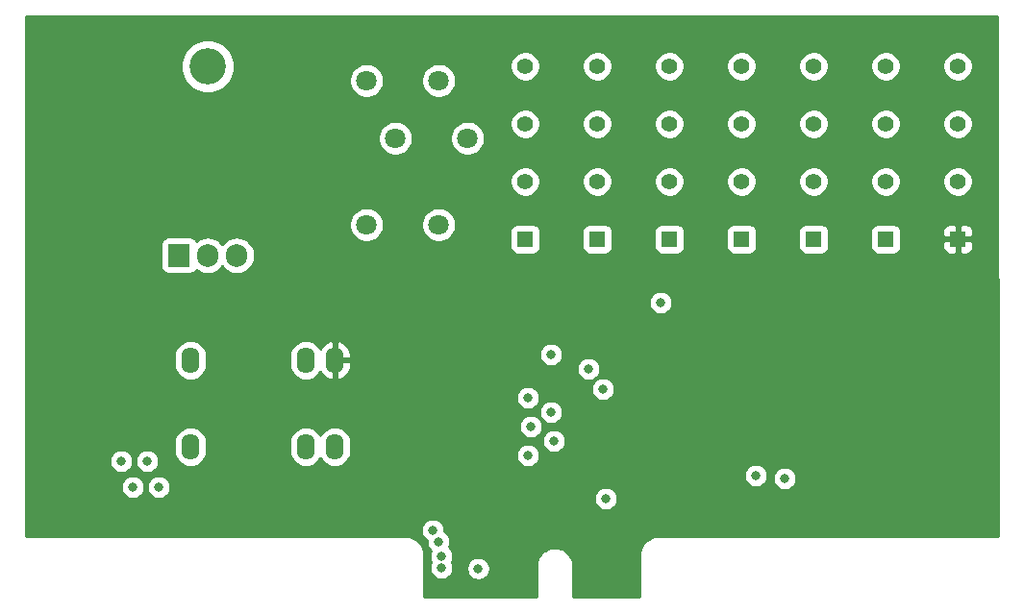
<source format=gbr>
G04 #@! TF.GenerationSoftware,KiCad,Pcbnew,(5.1.5)-3*
G04 #@! TF.CreationDate,2020-02-22T08:37:43-08:00*
G04 #@! TF.ProjectId,voltages,766f6c74-6167-4657-932e-6b696361645f,rev?*
G04 #@! TF.SameCoordinates,Original*
G04 #@! TF.FileFunction,Copper,L2,Inr*
G04 #@! TF.FilePolarity,Positive*
%FSLAX46Y46*%
G04 Gerber Fmt 4.6, Leading zero omitted, Abs format (unit mm)*
G04 Created by KiCad (PCBNEW (5.1.5)-3) date 2020-02-22 08:37:43*
%MOMM*%
%LPD*%
G04 APERTURE LIST*
%ADD10O,1.600000X2.300000*%
%ADD11O,1.905000X2.000000*%
%ADD12R,1.905000X2.000000*%
%ADD13C,3.200000*%
%ADD14C,1.800000*%
%ADD15R,1.400000X1.400000*%
%ADD16C,1.400000*%
%ADD17C,0.800000*%
%ADD18C,0.254000*%
G04 APERTURE END LIST*
D10*
X91186000Y-75438000D03*
X91186000Y-67818000D03*
X88646000Y-75438000D03*
X78486000Y-75438000D03*
X88646000Y-67818000D03*
X78486000Y-67818000D03*
D11*
X82550000Y-58570000D03*
X80010000Y-58570000D03*
D12*
X77470000Y-58570000D03*
D13*
X80010000Y-41910000D03*
D14*
X100330000Y-43180000D03*
X102870000Y-48260000D03*
X100330000Y-55880000D03*
X93980000Y-43180000D03*
X96520000Y-48260000D03*
X93980000Y-55880000D03*
D15*
X146050000Y-57150000D03*
D16*
X146050000Y-52070000D03*
X146050000Y-46990000D03*
X146050000Y-41910000D03*
D15*
X139700000Y-57150000D03*
D16*
X139700000Y-52070000D03*
X139700000Y-46990000D03*
X139700000Y-41910000D03*
D15*
X133350000Y-57150000D03*
D16*
X133350000Y-52070000D03*
X133350000Y-46990000D03*
X133350000Y-41910000D03*
D15*
X127000000Y-57150000D03*
D16*
X127000000Y-52070000D03*
X127000000Y-46990000D03*
X127000000Y-41910000D03*
D15*
X120650000Y-57150000D03*
D16*
X120650000Y-52070000D03*
X120650000Y-46990000D03*
X120650000Y-41910000D03*
D15*
X114300000Y-57150000D03*
D16*
X114300000Y-52070000D03*
X114300000Y-46990000D03*
X114300000Y-41910000D03*
D15*
X107950000Y-57150000D03*
D16*
X107950000Y-52070000D03*
X107950000Y-46990000D03*
X107950000Y-41910000D03*
D17*
X65786000Y-68580000D03*
X75946000Y-64770000D03*
X87122000Y-64008000D03*
X70866000Y-74676000D03*
X97536000Y-70866000D03*
X95758000Y-69342000D03*
X98552000Y-78740000D03*
X133350000Y-78232000D03*
X126238000Y-63754000D03*
X116124579Y-86360000D03*
X114543567Y-86550944D03*
X113030000Y-85852000D03*
X106426000Y-85090000D03*
X105410000Y-85598000D03*
X72390000Y-76708000D03*
X73406000Y-78994000D03*
X74676000Y-76708000D03*
X75692000Y-78994000D03*
X115062000Y-80010000D03*
X119888000Y-62738000D03*
X128270000Y-77978000D03*
X130810000Y-78232000D03*
X103813180Y-86178820D03*
X110236000Y-67310000D03*
X100330000Y-83820000D03*
X100584000Y-85090000D03*
X99822000Y-82804000D03*
X100584000Y-86106000D03*
X108204000Y-76200000D03*
X110490000Y-74930000D03*
X108458000Y-73660000D03*
X110236000Y-72390000D03*
X108204000Y-71120000D03*
X114808000Y-70358000D03*
X113538000Y-68580000D03*
D18*
G36*
X149613547Y-83315000D02*
G01*
X119666353Y-83315000D01*
X119639533Y-83317642D01*
X119636807Y-83317613D01*
X119627285Y-83318513D01*
X119433119Y-83338236D01*
X119372260Y-83350507D01*
X119311234Y-83361928D01*
X119302068Y-83364660D01*
X119115430Y-83421721D01*
X119058108Y-83445582D01*
X119000470Y-83468636D01*
X118992009Y-83473096D01*
X118820009Y-83565321D01*
X118768388Y-83599879D01*
X118716349Y-83633673D01*
X118708916Y-83639692D01*
X118558103Y-83763570D01*
X118514181Y-83807492D01*
X118469692Y-83850756D01*
X118463569Y-83858104D01*
X118339693Y-84008915D01*
X118305174Y-84060478D01*
X118269902Y-84111608D01*
X118265324Y-84120005D01*
X118173098Y-84292006D01*
X118149239Y-84349323D01*
X118124582Y-84406303D01*
X118121721Y-84415429D01*
X118064660Y-84602067D01*
X118052385Y-84662946D01*
X118039269Y-84723609D01*
X118038236Y-84733118D01*
X118025312Y-84860352D01*
X118024752Y-84862198D01*
X118014840Y-84962834D01*
X118014840Y-88682767D01*
X112184840Y-88666881D01*
X112184840Y-85912833D01*
X112181478Y-85878699D01*
X112181478Y-85866372D01*
X112180478Y-85856860D01*
X112159811Y-85672608D01*
X112146902Y-85611876D01*
X112134844Y-85550980D01*
X112132017Y-85541844D01*
X112075955Y-85365114D01*
X112051507Y-85308072D01*
X112027838Y-85250647D01*
X112023289Y-85242233D01*
X111933968Y-85079759D01*
X111898877Y-85028511D01*
X111864533Y-84976819D01*
X111858437Y-84969450D01*
X111739259Y-84827420D01*
X111694902Y-84783982D01*
X111651155Y-84739929D01*
X111643743Y-84733884D01*
X111499249Y-84617708D01*
X111447339Y-84583739D01*
X111395828Y-84548995D01*
X111387384Y-84544505D01*
X111223075Y-84458606D01*
X111165520Y-84435352D01*
X111108275Y-84411289D01*
X111099123Y-84408526D01*
X111099117Y-84408524D01*
X110921255Y-84356177D01*
X110860248Y-84344539D01*
X110799454Y-84332060D01*
X110789936Y-84331126D01*
X110605292Y-84314322D01*
X110543202Y-84314756D01*
X110481123Y-84314323D01*
X110471604Y-84315256D01*
X110287212Y-84334637D01*
X110226409Y-84347118D01*
X110165414Y-84358753D01*
X110156258Y-84361518D01*
X110156253Y-84361519D01*
X110156248Y-84361521D01*
X109979142Y-84416344D01*
X109921897Y-84440407D01*
X109864342Y-84463661D01*
X109855903Y-84468148D01*
X109855899Y-84468150D01*
X109855898Y-84468151D01*
X109692805Y-84556335D01*
X109641348Y-84591043D01*
X109589382Y-84625049D01*
X109581970Y-84631094D01*
X109439111Y-84749278D01*
X109395366Y-84793330D01*
X109351008Y-84836768D01*
X109344912Y-84844137D01*
X109344909Y-84844140D01*
X109344907Y-84844144D01*
X109227729Y-84987817D01*
X109193375Y-85039524D01*
X109158296Y-85090755D01*
X109153747Y-85099168D01*
X109066703Y-85262874D01*
X109043053Y-85320252D01*
X109018585Y-85377342D01*
X109015757Y-85386478D01*
X108962169Y-85563972D01*
X108950114Y-85624853D01*
X108937202Y-85685599D01*
X108936202Y-85695111D01*
X108918109Y-85879634D01*
X108918109Y-85879639D01*
X108914840Y-85912834D01*
X108914840Y-88657971D01*
X99084840Y-88631187D01*
X99084840Y-85009364D01*
X99084948Y-85008386D01*
X99084999Y-84998822D01*
X99084993Y-84995332D01*
X99084840Y-84993799D01*
X99084840Y-84962833D01*
X99082376Y-84937820D01*
X99082387Y-84936807D01*
X99081487Y-84927285D01*
X99076605Y-84879221D01*
X99074928Y-84862197D01*
X99074849Y-84861937D01*
X99061764Y-84733119D01*
X99049493Y-84672260D01*
X99038072Y-84611234D01*
X99035340Y-84602068D01*
X98978279Y-84415430D01*
X98954418Y-84358108D01*
X98931364Y-84300470D01*
X98926904Y-84292009D01*
X98834679Y-84120009D01*
X98800121Y-84068388D01*
X98766327Y-84016349D01*
X98760308Y-84008916D01*
X98636430Y-83858103D01*
X98592508Y-83814181D01*
X98549244Y-83769692D01*
X98541896Y-83763569D01*
X98391085Y-83639693D01*
X98339522Y-83605174D01*
X98288392Y-83569902D01*
X98279995Y-83565324D01*
X98107994Y-83473098D01*
X98050677Y-83449239D01*
X97993697Y-83424582D01*
X97984571Y-83421721D01*
X97797933Y-83364660D01*
X97737054Y-83352385D01*
X97676391Y-83339269D01*
X97666882Y-83338236D01*
X97538783Y-83325224D01*
X97537774Y-83324918D01*
X97437138Y-83315006D01*
X63985000Y-83315006D01*
X63985000Y-82702061D01*
X98787000Y-82702061D01*
X98787000Y-82905939D01*
X98826774Y-83105898D01*
X98904795Y-83294256D01*
X99018063Y-83463774D01*
X99162226Y-83607937D01*
X99298759Y-83699165D01*
X99295000Y-83718061D01*
X99295000Y-83921939D01*
X99334774Y-84121898D01*
X99412795Y-84310256D01*
X99526063Y-84479774D01*
X99660714Y-84614425D01*
X99588774Y-84788102D01*
X99549000Y-84988061D01*
X99549000Y-85191939D01*
X99588774Y-85391898D01*
X99666795Y-85580256D01*
X99678651Y-85598000D01*
X99666795Y-85615744D01*
X99588774Y-85804102D01*
X99549000Y-86004061D01*
X99549000Y-86207939D01*
X99588774Y-86407898D01*
X99666795Y-86596256D01*
X99780063Y-86765774D01*
X99924226Y-86909937D01*
X100093744Y-87023205D01*
X100282102Y-87101226D01*
X100482061Y-87141000D01*
X100685939Y-87141000D01*
X100885898Y-87101226D01*
X101074256Y-87023205D01*
X101243774Y-86909937D01*
X101387937Y-86765774D01*
X101501205Y-86596256D01*
X101579226Y-86407898D01*
X101619000Y-86207939D01*
X101619000Y-86076881D01*
X102778180Y-86076881D01*
X102778180Y-86280759D01*
X102817954Y-86480718D01*
X102895975Y-86669076D01*
X103009243Y-86838594D01*
X103153406Y-86982757D01*
X103322924Y-87096025D01*
X103511282Y-87174046D01*
X103711241Y-87213820D01*
X103915119Y-87213820D01*
X104115078Y-87174046D01*
X104303436Y-87096025D01*
X104472954Y-86982757D01*
X104617117Y-86838594D01*
X104730385Y-86669076D01*
X104808406Y-86480718D01*
X104848180Y-86280759D01*
X104848180Y-86076881D01*
X104808406Y-85876922D01*
X104730385Y-85688564D01*
X104617117Y-85519046D01*
X104472954Y-85374883D01*
X104303436Y-85261615D01*
X104115078Y-85183594D01*
X103915119Y-85143820D01*
X103711241Y-85143820D01*
X103511282Y-85183594D01*
X103322924Y-85261615D01*
X103153406Y-85374883D01*
X103009243Y-85519046D01*
X102895975Y-85688564D01*
X102817954Y-85876922D01*
X102778180Y-86076881D01*
X101619000Y-86076881D01*
X101619000Y-86004061D01*
X101579226Y-85804102D01*
X101501205Y-85615744D01*
X101489349Y-85598000D01*
X101501205Y-85580256D01*
X101579226Y-85391898D01*
X101619000Y-85191939D01*
X101619000Y-84988061D01*
X101579226Y-84788102D01*
X101501205Y-84599744D01*
X101387937Y-84430226D01*
X101253286Y-84295575D01*
X101325226Y-84121898D01*
X101365000Y-83921939D01*
X101365000Y-83718061D01*
X101325226Y-83518102D01*
X101247205Y-83329744D01*
X101133937Y-83160226D01*
X100989774Y-83016063D01*
X100853241Y-82924835D01*
X100857000Y-82905939D01*
X100857000Y-82702061D01*
X100817226Y-82502102D01*
X100739205Y-82313744D01*
X100625937Y-82144226D01*
X100481774Y-82000063D01*
X100312256Y-81886795D01*
X100123898Y-81808774D01*
X99923939Y-81769000D01*
X99720061Y-81769000D01*
X99520102Y-81808774D01*
X99331744Y-81886795D01*
X99162226Y-82000063D01*
X99018063Y-82144226D01*
X98904795Y-82313744D01*
X98826774Y-82502102D01*
X98787000Y-82702061D01*
X63985000Y-82702061D01*
X63985000Y-78892061D01*
X72371000Y-78892061D01*
X72371000Y-79095939D01*
X72410774Y-79295898D01*
X72488795Y-79484256D01*
X72602063Y-79653774D01*
X72746226Y-79797937D01*
X72915744Y-79911205D01*
X73104102Y-79989226D01*
X73304061Y-80029000D01*
X73507939Y-80029000D01*
X73707898Y-79989226D01*
X73896256Y-79911205D01*
X74065774Y-79797937D01*
X74209937Y-79653774D01*
X74323205Y-79484256D01*
X74401226Y-79295898D01*
X74441000Y-79095939D01*
X74441000Y-78892061D01*
X74657000Y-78892061D01*
X74657000Y-79095939D01*
X74696774Y-79295898D01*
X74774795Y-79484256D01*
X74888063Y-79653774D01*
X75032226Y-79797937D01*
X75201744Y-79911205D01*
X75390102Y-79989226D01*
X75590061Y-80029000D01*
X75793939Y-80029000D01*
X75993898Y-79989226D01*
X76182256Y-79911205D01*
X76186961Y-79908061D01*
X114027000Y-79908061D01*
X114027000Y-80111939D01*
X114066774Y-80311898D01*
X114144795Y-80500256D01*
X114258063Y-80669774D01*
X114402226Y-80813937D01*
X114571744Y-80927205D01*
X114760102Y-81005226D01*
X114960061Y-81045000D01*
X115163939Y-81045000D01*
X115363898Y-81005226D01*
X115552256Y-80927205D01*
X115721774Y-80813937D01*
X115865937Y-80669774D01*
X115979205Y-80500256D01*
X116057226Y-80311898D01*
X116097000Y-80111939D01*
X116097000Y-79908061D01*
X116057226Y-79708102D01*
X115979205Y-79519744D01*
X115865937Y-79350226D01*
X115721774Y-79206063D01*
X115552256Y-79092795D01*
X115363898Y-79014774D01*
X115163939Y-78975000D01*
X114960061Y-78975000D01*
X114760102Y-79014774D01*
X114571744Y-79092795D01*
X114402226Y-79206063D01*
X114258063Y-79350226D01*
X114144795Y-79519744D01*
X114066774Y-79708102D01*
X114027000Y-79908061D01*
X76186961Y-79908061D01*
X76351774Y-79797937D01*
X76495937Y-79653774D01*
X76609205Y-79484256D01*
X76687226Y-79295898D01*
X76727000Y-79095939D01*
X76727000Y-78892061D01*
X76687226Y-78692102D01*
X76609205Y-78503744D01*
X76495937Y-78334226D01*
X76351774Y-78190063D01*
X76182256Y-78076795D01*
X75993898Y-77998774D01*
X75793939Y-77959000D01*
X75590061Y-77959000D01*
X75390102Y-77998774D01*
X75201744Y-78076795D01*
X75032226Y-78190063D01*
X74888063Y-78334226D01*
X74774795Y-78503744D01*
X74696774Y-78692102D01*
X74657000Y-78892061D01*
X74441000Y-78892061D01*
X74401226Y-78692102D01*
X74323205Y-78503744D01*
X74209937Y-78334226D01*
X74065774Y-78190063D01*
X73896256Y-78076795D01*
X73707898Y-77998774D01*
X73507939Y-77959000D01*
X73304061Y-77959000D01*
X73104102Y-77998774D01*
X72915744Y-78076795D01*
X72746226Y-78190063D01*
X72602063Y-78334226D01*
X72488795Y-78503744D01*
X72410774Y-78692102D01*
X72371000Y-78892061D01*
X63985000Y-78892061D01*
X63985000Y-77876061D01*
X127235000Y-77876061D01*
X127235000Y-78079939D01*
X127274774Y-78279898D01*
X127352795Y-78468256D01*
X127466063Y-78637774D01*
X127610226Y-78781937D01*
X127779744Y-78895205D01*
X127968102Y-78973226D01*
X128168061Y-79013000D01*
X128371939Y-79013000D01*
X128571898Y-78973226D01*
X128760256Y-78895205D01*
X128929774Y-78781937D01*
X129073937Y-78637774D01*
X129187205Y-78468256D01*
X129265226Y-78279898D01*
X129295030Y-78130061D01*
X129775000Y-78130061D01*
X129775000Y-78333939D01*
X129814774Y-78533898D01*
X129892795Y-78722256D01*
X130006063Y-78891774D01*
X130150226Y-79035937D01*
X130319744Y-79149205D01*
X130508102Y-79227226D01*
X130708061Y-79267000D01*
X130911939Y-79267000D01*
X131111898Y-79227226D01*
X131300256Y-79149205D01*
X131469774Y-79035937D01*
X131613937Y-78891774D01*
X131727205Y-78722256D01*
X131805226Y-78533898D01*
X131845000Y-78333939D01*
X131845000Y-78130061D01*
X131805226Y-77930102D01*
X131727205Y-77741744D01*
X131613937Y-77572226D01*
X131469774Y-77428063D01*
X131300256Y-77314795D01*
X131111898Y-77236774D01*
X130911939Y-77197000D01*
X130708061Y-77197000D01*
X130508102Y-77236774D01*
X130319744Y-77314795D01*
X130150226Y-77428063D01*
X130006063Y-77572226D01*
X129892795Y-77741744D01*
X129814774Y-77930102D01*
X129775000Y-78130061D01*
X129295030Y-78130061D01*
X129305000Y-78079939D01*
X129305000Y-77876061D01*
X129265226Y-77676102D01*
X129187205Y-77487744D01*
X129073937Y-77318226D01*
X128929774Y-77174063D01*
X128760256Y-77060795D01*
X128571898Y-76982774D01*
X128371939Y-76943000D01*
X128168061Y-76943000D01*
X127968102Y-76982774D01*
X127779744Y-77060795D01*
X127610226Y-77174063D01*
X127466063Y-77318226D01*
X127352795Y-77487744D01*
X127274774Y-77676102D01*
X127235000Y-77876061D01*
X63985000Y-77876061D01*
X63985000Y-76606061D01*
X71355000Y-76606061D01*
X71355000Y-76809939D01*
X71394774Y-77009898D01*
X71472795Y-77198256D01*
X71586063Y-77367774D01*
X71730226Y-77511937D01*
X71899744Y-77625205D01*
X72088102Y-77703226D01*
X72288061Y-77743000D01*
X72491939Y-77743000D01*
X72691898Y-77703226D01*
X72880256Y-77625205D01*
X73049774Y-77511937D01*
X73193937Y-77367774D01*
X73307205Y-77198256D01*
X73385226Y-77009898D01*
X73425000Y-76809939D01*
X73425000Y-76606061D01*
X73641000Y-76606061D01*
X73641000Y-76809939D01*
X73680774Y-77009898D01*
X73758795Y-77198256D01*
X73872063Y-77367774D01*
X74016226Y-77511937D01*
X74185744Y-77625205D01*
X74374102Y-77703226D01*
X74574061Y-77743000D01*
X74777939Y-77743000D01*
X74977898Y-77703226D01*
X75166256Y-77625205D01*
X75335774Y-77511937D01*
X75479937Y-77367774D01*
X75593205Y-77198256D01*
X75671226Y-77009898D01*
X75711000Y-76809939D01*
X75711000Y-76606061D01*
X75671226Y-76406102D01*
X75593205Y-76217744D01*
X75479937Y-76048226D01*
X75335774Y-75904063D01*
X75166256Y-75790795D01*
X74977898Y-75712774D01*
X74777939Y-75673000D01*
X74574061Y-75673000D01*
X74374102Y-75712774D01*
X74185744Y-75790795D01*
X74016226Y-75904063D01*
X73872063Y-76048226D01*
X73758795Y-76217744D01*
X73680774Y-76406102D01*
X73641000Y-76606061D01*
X73425000Y-76606061D01*
X73385226Y-76406102D01*
X73307205Y-76217744D01*
X73193937Y-76048226D01*
X73049774Y-75904063D01*
X72880256Y-75790795D01*
X72691898Y-75712774D01*
X72491939Y-75673000D01*
X72288061Y-75673000D01*
X72088102Y-75712774D01*
X71899744Y-75790795D01*
X71730226Y-75904063D01*
X71586063Y-76048226D01*
X71472795Y-76217744D01*
X71394774Y-76406102D01*
X71355000Y-76606061D01*
X63985000Y-76606061D01*
X63985000Y-75017509D01*
X77051000Y-75017509D01*
X77051000Y-75858492D01*
X77071764Y-76069309D01*
X77153818Y-76339808D01*
X77287068Y-76589101D01*
X77466393Y-76807608D01*
X77684900Y-76986932D01*
X77934193Y-77120182D01*
X78204692Y-77202236D01*
X78486000Y-77229943D01*
X78767309Y-77202236D01*
X79037808Y-77120182D01*
X79287101Y-76986932D01*
X79505608Y-76807608D01*
X79684932Y-76589101D01*
X79818182Y-76339808D01*
X79900236Y-76069308D01*
X79921000Y-75858491D01*
X79921000Y-75017509D01*
X87211000Y-75017509D01*
X87211000Y-75858492D01*
X87231764Y-76069309D01*
X87313818Y-76339808D01*
X87447068Y-76589101D01*
X87626393Y-76807608D01*
X87844900Y-76986932D01*
X88094193Y-77120182D01*
X88364692Y-77202236D01*
X88646000Y-77229943D01*
X88927309Y-77202236D01*
X89197808Y-77120182D01*
X89447101Y-76986932D01*
X89665608Y-76807608D01*
X89844932Y-76589101D01*
X89916000Y-76456142D01*
X89987068Y-76589101D01*
X90166393Y-76807608D01*
X90384900Y-76986932D01*
X90634193Y-77120182D01*
X90904692Y-77202236D01*
X91186000Y-77229943D01*
X91467309Y-77202236D01*
X91737808Y-77120182D01*
X91987101Y-76986932D01*
X92205608Y-76807608D01*
X92384932Y-76589101D01*
X92518182Y-76339808D01*
X92591514Y-76098061D01*
X107169000Y-76098061D01*
X107169000Y-76301939D01*
X107208774Y-76501898D01*
X107286795Y-76690256D01*
X107400063Y-76859774D01*
X107544226Y-77003937D01*
X107713744Y-77117205D01*
X107902102Y-77195226D01*
X108102061Y-77235000D01*
X108305939Y-77235000D01*
X108505898Y-77195226D01*
X108694256Y-77117205D01*
X108863774Y-77003937D01*
X109007937Y-76859774D01*
X109121205Y-76690256D01*
X109199226Y-76501898D01*
X109239000Y-76301939D01*
X109239000Y-76098061D01*
X109199226Y-75898102D01*
X109121205Y-75709744D01*
X109007937Y-75540226D01*
X108863774Y-75396063D01*
X108694256Y-75282795D01*
X108505898Y-75204774D01*
X108305939Y-75165000D01*
X108102061Y-75165000D01*
X107902102Y-75204774D01*
X107713744Y-75282795D01*
X107544226Y-75396063D01*
X107400063Y-75540226D01*
X107286795Y-75709744D01*
X107208774Y-75898102D01*
X107169000Y-76098061D01*
X92591514Y-76098061D01*
X92600236Y-76069308D01*
X92621000Y-75858491D01*
X92621000Y-75017508D01*
X92602341Y-74828061D01*
X109455000Y-74828061D01*
X109455000Y-75031939D01*
X109494774Y-75231898D01*
X109572795Y-75420256D01*
X109686063Y-75589774D01*
X109830226Y-75733937D01*
X109999744Y-75847205D01*
X110188102Y-75925226D01*
X110388061Y-75965000D01*
X110591939Y-75965000D01*
X110791898Y-75925226D01*
X110980256Y-75847205D01*
X111149774Y-75733937D01*
X111293937Y-75589774D01*
X111407205Y-75420256D01*
X111485226Y-75231898D01*
X111525000Y-75031939D01*
X111525000Y-74828061D01*
X111485226Y-74628102D01*
X111407205Y-74439744D01*
X111293937Y-74270226D01*
X111149774Y-74126063D01*
X110980256Y-74012795D01*
X110791898Y-73934774D01*
X110591939Y-73895000D01*
X110388061Y-73895000D01*
X110188102Y-73934774D01*
X109999744Y-74012795D01*
X109830226Y-74126063D01*
X109686063Y-74270226D01*
X109572795Y-74439744D01*
X109494774Y-74628102D01*
X109455000Y-74828061D01*
X92602341Y-74828061D01*
X92600236Y-74806691D01*
X92518182Y-74536192D01*
X92384932Y-74286899D01*
X92205607Y-74068392D01*
X91987100Y-73889068D01*
X91737807Y-73755818D01*
X91467308Y-73673764D01*
X91186000Y-73646057D01*
X90904691Y-73673764D01*
X90634192Y-73755818D01*
X90384899Y-73889068D01*
X90166392Y-74068393D01*
X89987068Y-74286900D01*
X89916000Y-74419858D01*
X89844932Y-74286899D01*
X89665607Y-74068392D01*
X89447100Y-73889068D01*
X89197807Y-73755818D01*
X88927308Y-73673764D01*
X88646000Y-73646057D01*
X88364691Y-73673764D01*
X88094192Y-73755818D01*
X87844899Y-73889068D01*
X87626392Y-74068393D01*
X87447068Y-74286900D01*
X87313818Y-74536193D01*
X87231764Y-74806692D01*
X87211000Y-75017509D01*
X79921000Y-75017509D01*
X79921000Y-75017508D01*
X79900236Y-74806691D01*
X79818182Y-74536192D01*
X79684932Y-74286899D01*
X79505607Y-74068392D01*
X79287100Y-73889068D01*
X79037807Y-73755818D01*
X78767308Y-73673764D01*
X78486000Y-73646057D01*
X78204691Y-73673764D01*
X77934192Y-73755818D01*
X77684899Y-73889068D01*
X77466392Y-74068393D01*
X77287068Y-74286900D01*
X77153818Y-74536193D01*
X77071764Y-74806692D01*
X77051000Y-75017509D01*
X63985000Y-75017509D01*
X63985000Y-73558061D01*
X107423000Y-73558061D01*
X107423000Y-73761939D01*
X107462774Y-73961898D01*
X107540795Y-74150256D01*
X107654063Y-74319774D01*
X107798226Y-74463937D01*
X107967744Y-74577205D01*
X108156102Y-74655226D01*
X108356061Y-74695000D01*
X108559939Y-74695000D01*
X108759898Y-74655226D01*
X108948256Y-74577205D01*
X109117774Y-74463937D01*
X109261937Y-74319774D01*
X109375205Y-74150256D01*
X109453226Y-73961898D01*
X109493000Y-73761939D01*
X109493000Y-73558061D01*
X109453226Y-73358102D01*
X109375205Y-73169744D01*
X109261937Y-73000226D01*
X109117774Y-72856063D01*
X108948256Y-72742795D01*
X108759898Y-72664774D01*
X108559939Y-72625000D01*
X108356061Y-72625000D01*
X108156102Y-72664774D01*
X107967744Y-72742795D01*
X107798226Y-72856063D01*
X107654063Y-73000226D01*
X107540795Y-73169744D01*
X107462774Y-73358102D01*
X107423000Y-73558061D01*
X63985000Y-73558061D01*
X63985000Y-72288061D01*
X109201000Y-72288061D01*
X109201000Y-72491939D01*
X109240774Y-72691898D01*
X109318795Y-72880256D01*
X109432063Y-73049774D01*
X109576226Y-73193937D01*
X109745744Y-73307205D01*
X109934102Y-73385226D01*
X110134061Y-73425000D01*
X110337939Y-73425000D01*
X110537898Y-73385226D01*
X110726256Y-73307205D01*
X110895774Y-73193937D01*
X111039937Y-73049774D01*
X111153205Y-72880256D01*
X111231226Y-72691898D01*
X111271000Y-72491939D01*
X111271000Y-72288061D01*
X111231226Y-72088102D01*
X111153205Y-71899744D01*
X111039937Y-71730226D01*
X110895774Y-71586063D01*
X110726256Y-71472795D01*
X110537898Y-71394774D01*
X110337939Y-71355000D01*
X110134061Y-71355000D01*
X109934102Y-71394774D01*
X109745744Y-71472795D01*
X109576226Y-71586063D01*
X109432063Y-71730226D01*
X109318795Y-71899744D01*
X109240774Y-72088102D01*
X109201000Y-72288061D01*
X63985000Y-72288061D01*
X63985000Y-71018061D01*
X107169000Y-71018061D01*
X107169000Y-71221939D01*
X107208774Y-71421898D01*
X107286795Y-71610256D01*
X107400063Y-71779774D01*
X107544226Y-71923937D01*
X107713744Y-72037205D01*
X107902102Y-72115226D01*
X108102061Y-72155000D01*
X108305939Y-72155000D01*
X108505898Y-72115226D01*
X108694256Y-72037205D01*
X108863774Y-71923937D01*
X109007937Y-71779774D01*
X109121205Y-71610256D01*
X109199226Y-71421898D01*
X109239000Y-71221939D01*
X109239000Y-71018061D01*
X109199226Y-70818102D01*
X109121205Y-70629744D01*
X109007937Y-70460226D01*
X108863774Y-70316063D01*
X108773975Y-70256061D01*
X113773000Y-70256061D01*
X113773000Y-70459939D01*
X113812774Y-70659898D01*
X113890795Y-70848256D01*
X114004063Y-71017774D01*
X114148226Y-71161937D01*
X114317744Y-71275205D01*
X114506102Y-71353226D01*
X114706061Y-71393000D01*
X114909939Y-71393000D01*
X115109898Y-71353226D01*
X115298256Y-71275205D01*
X115467774Y-71161937D01*
X115611937Y-71017774D01*
X115725205Y-70848256D01*
X115803226Y-70659898D01*
X115843000Y-70459939D01*
X115843000Y-70256061D01*
X115803226Y-70056102D01*
X115725205Y-69867744D01*
X115611937Y-69698226D01*
X115467774Y-69554063D01*
X115298256Y-69440795D01*
X115109898Y-69362774D01*
X114909939Y-69323000D01*
X114706061Y-69323000D01*
X114506102Y-69362774D01*
X114317744Y-69440795D01*
X114148226Y-69554063D01*
X114004063Y-69698226D01*
X113890795Y-69867744D01*
X113812774Y-70056102D01*
X113773000Y-70256061D01*
X108773975Y-70256061D01*
X108694256Y-70202795D01*
X108505898Y-70124774D01*
X108305939Y-70085000D01*
X108102061Y-70085000D01*
X107902102Y-70124774D01*
X107713744Y-70202795D01*
X107544226Y-70316063D01*
X107400063Y-70460226D01*
X107286795Y-70629744D01*
X107208774Y-70818102D01*
X107169000Y-71018061D01*
X63985000Y-71018061D01*
X63985000Y-67397509D01*
X77051000Y-67397509D01*
X77051000Y-68238492D01*
X77071764Y-68449309D01*
X77153818Y-68719808D01*
X77287068Y-68969101D01*
X77466393Y-69187608D01*
X77684900Y-69366932D01*
X77934193Y-69500182D01*
X78204692Y-69582236D01*
X78486000Y-69609943D01*
X78767309Y-69582236D01*
X79037808Y-69500182D01*
X79287101Y-69366932D01*
X79505608Y-69187608D01*
X79684932Y-68969101D01*
X79818182Y-68719808D01*
X79900236Y-68449308D01*
X79921000Y-68238491D01*
X79921000Y-67397509D01*
X87211000Y-67397509D01*
X87211000Y-68238492D01*
X87231764Y-68449309D01*
X87313818Y-68719808D01*
X87447068Y-68969101D01*
X87626393Y-69187608D01*
X87844900Y-69366932D01*
X88094193Y-69500182D01*
X88364692Y-69582236D01*
X88646000Y-69609943D01*
X88927309Y-69582236D01*
X89197808Y-69500182D01*
X89447101Y-69366932D01*
X89665608Y-69187608D01*
X89844932Y-68969101D01*
X89913265Y-68841259D01*
X90063399Y-69070839D01*
X90261105Y-69272500D01*
X90494354Y-69431715D01*
X90754182Y-69542367D01*
X90836961Y-69559904D01*
X91059000Y-69437915D01*
X91059000Y-67945000D01*
X91313000Y-67945000D01*
X91313000Y-69437915D01*
X91535039Y-69559904D01*
X91617818Y-69542367D01*
X91877646Y-69431715D01*
X92110895Y-69272500D01*
X92308601Y-69070839D01*
X92463166Y-68834483D01*
X92568650Y-68572514D01*
X92586467Y-68478061D01*
X112503000Y-68478061D01*
X112503000Y-68681939D01*
X112542774Y-68881898D01*
X112620795Y-69070256D01*
X112734063Y-69239774D01*
X112878226Y-69383937D01*
X113047744Y-69497205D01*
X113236102Y-69575226D01*
X113436061Y-69615000D01*
X113639939Y-69615000D01*
X113839898Y-69575226D01*
X114028256Y-69497205D01*
X114197774Y-69383937D01*
X114341937Y-69239774D01*
X114455205Y-69070256D01*
X114533226Y-68881898D01*
X114573000Y-68681939D01*
X114573000Y-68478061D01*
X114533226Y-68278102D01*
X114455205Y-68089744D01*
X114341937Y-67920226D01*
X114197774Y-67776063D01*
X114028256Y-67662795D01*
X113839898Y-67584774D01*
X113639939Y-67545000D01*
X113436061Y-67545000D01*
X113236102Y-67584774D01*
X113047744Y-67662795D01*
X112878226Y-67776063D01*
X112734063Y-67920226D01*
X112620795Y-68089744D01*
X112542774Y-68278102D01*
X112503000Y-68478061D01*
X92586467Y-68478061D01*
X92621000Y-68295000D01*
X92621000Y-67945000D01*
X91313000Y-67945000D01*
X91059000Y-67945000D01*
X91039000Y-67945000D01*
X91039000Y-67691000D01*
X91059000Y-67691000D01*
X91059000Y-66198085D01*
X91313000Y-66198085D01*
X91313000Y-67691000D01*
X92621000Y-67691000D01*
X92621000Y-67341000D01*
X92595923Y-67208061D01*
X109201000Y-67208061D01*
X109201000Y-67411939D01*
X109240774Y-67611898D01*
X109318795Y-67800256D01*
X109432063Y-67969774D01*
X109576226Y-68113937D01*
X109745744Y-68227205D01*
X109934102Y-68305226D01*
X110134061Y-68345000D01*
X110337939Y-68345000D01*
X110537898Y-68305226D01*
X110726256Y-68227205D01*
X110895774Y-68113937D01*
X111039937Y-67969774D01*
X111153205Y-67800256D01*
X111231226Y-67611898D01*
X111271000Y-67411939D01*
X111271000Y-67208061D01*
X111231226Y-67008102D01*
X111153205Y-66819744D01*
X111039937Y-66650226D01*
X110895774Y-66506063D01*
X110726256Y-66392795D01*
X110537898Y-66314774D01*
X110337939Y-66275000D01*
X110134061Y-66275000D01*
X109934102Y-66314774D01*
X109745744Y-66392795D01*
X109576226Y-66506063D01*
X109432063Y-66650226D01*
X109318795Y-66819744D01*
X109240774Y-67008102D01*
X109201000Y-67208061D01*
X92595923Y-67208061D01*
X92568650Y-67063486D01*
X92463166Y-66801517D01*
X92308601Y-66565161D01*
X92110895Y-66363500D01*
X91877646Y-66204285D01*
X91617818Y-66093633D01*
X91535039Y-66076096D01*
X91313000Y-66198085D01*
X91059000Y-66198085D01*
X90836961Y-66076096D01*
X90754182Y-66093633D01*
X90494354Y-66204285D01*
X90261105Y-66363500D01*
X90063399Y-66565161D01*
X89913265Y-66794741D01*
X89844932Y-66666899D01*
X89665607Y-66448392D01*
X89447100Y-66269068D01*
X89197807Y-66135818D01*
X88927308Y-66053764D01*
X88646000Y-66026057D01*
X88364691Y-66053764D01*
X88094192Y-66135818D01*
X87844899Y-66269068D01*
X87626392Y-66448393D01*
X87447068Y-66666900D01*
X87313818Y-66916193D01*
X87231764Y-67186692D01*
X87211000Y-67397509D01*
X79921000Y-67397509D01*
X79921000Y-67397508D01*
X79900236Y-67186691D01*
X79818182Y-66916192D01*
X79684932Y-66666899D01*
X79505607Y-66448392D01*
X79287100Y-66269068D01*
X79037807Y-66135818D01*
X78767308Y-66053764D01*
X78486000Y-66026057D01*
X78204691Y-66053764D01*
X77934192Y-66135818D01*
X77684899Y-66269068D01*
X77466392Y-66448393D01*
X77287068Y-66666900D01*
X77153818Y-66916193D01*
X77071764Y-67186692D01*
X77051000Y-67397509D01*
X63985000Y-67397509D01*
X63985000Y-62636061D01*
X118853000Y-62636061D01*
X118853000Y-62839939D01*
X118892774Y-63039898D01*
X118970795Y-63228256D01*
X119084063Y-63397774D01*
X119228226Y-63541937D01*
X119397744Y-63655205D01*
X119586102Y-63733226D01*
X119786061Y-63773000D01*
X119989939Y-63773000D01*
X120189898Y-63733226D01*
X120378256Y-63655205D01*
X120547774Y-63541937D01*
X120691937Y-63397774D01*
X120805205Y-63228256D01*
X120883226Y-63039898D01*
X120923000Y-62839939D01*
X120923000Y-62636061D01*
X120883226Y-62436102D01*
X120805205Y-62247744D01*
X120691937Y-62078226D01*
X120547774Y-61934063D01*
X120378256Y-61820795D01*
X120189898Y-61742774D01*
X119989939Y-61703000D01*
X119786061Y-61703000D01*
X119586102Y-61742774D01*
X119397744Y-61820795D01*
X119228226Y-61934063D01*
X119084063Y-62078226D01*
X118970795Y-62247744D01*
X118892774Y-62436102D01*
X118853000Y-62636061D01*
X63985000Y-62636061D01*
X63985000Y-57570000D01*
X75879428Y-57570000D01*
X75879428Y-59570000D01*
X75891688Y-59694482D01*
X75927998Y-59814180D01*
X75986963Y-59924494D01*
X76066315Y-60021185D01*
X76163006Y-60100537D01*
X76273320Y-60159502D01*
X76393018Y-60195812D01*
X76517500Y-60208072D01*
X78422500Y-60208072D01*
X78546982Y-60195812D01*
X78666680Y-60159502D01*
X78776994Y-60100537D01*
X78873685Y-60021185D01*
X78953037Y-59924494D01*
X78997905Y-59840553D01*
X79123766Y-59943845D01*
X79399552Y-60091255D01*
X79698797Y-60182030D01*
X80010000Y-60212681D01*
X80321204Y-60182030D01*
X80620449Y-60091255D01*
X80896235Y-59943845D01*
X81137963Y-59745463D01*
X81280000Y-59572391D01*
X81422037Y-59745463D01*
X81663766Y-59943845D01*
X81939552Y-60091255D01*
X82238797Y-60182030D01*
X82550000Y-60212681D01*
X82861204Y-60182030D01*
X83160449Y-60091255D01*
X83436235Y-59943845D01*
X83677963Y-59745463D01*
X83876345Y-59503734D01*
X84023755Y-59227948D01*
X84114530Y-58928703D01*
X84137500Y-58695485D01*
X84137500Y-58444514D01*
X84114530Y-58211296D01*
X84023755Y-57912051D01*
X83876345Y-57636265D01*
X83677963Y-57394537D01*
X83436234Y-57196155D01*
X83160448Y-57048745D01*
X82861203Y-56957970D01*
X82550000Y-56927319D01*
X82238796Y-56957970D01*
X81939551Y-57048745D01*
X81663765Y-57196155D01*
X81422037Y-57394537D01*
X81280000Y-57567609D01*
X81137963Y-57394537D01*
X80896234Y-57196155D01*
X80620448Y-57048745D01*
X80321203Y-56957970D01*
X80010000Y-56927319D01*
X79698796Y-56957970D01*
X79399551Y-57048745D01*
X79123765Y-57196155D01*
X78997905Y-57299446D01*
X78953037Y-57215506D01*
X78873685Y-57118815D01*
X78776994Y-57039463D01*
X78666680Y-56980498D01*
X78546982Y-56944188D01*
X78422500Y-56931928D01*
X76517500Y-56931928D01*
X76393018Y-56944188D01*
X76273320Y-56980498D01*
X76163006Y-57039463D01*
X76066315Y-57118815D01*
X75986963Y-57215506D01*
X75927998Y-57325820D01*
X75891688Y-57445518D01*
X75879428Y-57570000D01*
X63985000Y-57570000D01*
X63985000Y-55728816D01*
X92445000Y-55728816D01*
X92445000Y-56031184D01*
X92503989Y-56327743D01*
X92619701Y-56607095D01*
X92787688Y-56858505D01*
X93001495Y-57072312D01*
X93252905Y-57240299D01*
X93532257Y-57356011D01*
X93828816Y-57415000D01*
X94131184Y-57415000D01*
X94427743Y-57356011D01*
X94707095Y-57240299D01*
X94958505Y-57072312D01*
X95172312Y-56858505D01*
X95340299Y-56607095D01*
X95456011Y-56327743D01*
X95515000Y-56031184D01*
X95515000Y-55728816D01*
X98795000Y-55728816D01*
X98795000Y-56031184D01*
X98853989Y-56327743D01*
X98969701Y-56607095D01*
X99137688Y-56858505D01*
X99351495Y-57072312D01*
X99602905Y-57240299D01*
X99882257Y-57356011D01*
X100178816Y-57415000D01*
X100481184Y-57415000D01*
X100777743Y-57356011D01*
X101057095Y-57240299D01*
X101308505Y-57072312D01*
X101522312Y-56858505D01*
X101690299Y-56607095D01*
X101755370Y-56450000D01*
X106611928Y-56450000D01*
X106611928Y-57850000D01*
X106624188Y-57974482D01*
X106660498Y-58094180D01*
X106719463Y-58204494D01*
X106798815Y-58301185D01*
X106895506Y-58380537D01*
X107005820Y-58439502D01*
X107125518Y-58475812D01*
X107250000Y-58488072D01*
X108650000Y-58488072D01*
X108774482Y-58475812D01*
X108894180Y-58439502D01*
X109004494Y-58380537D01*
X109101185Y-58301185D01*
X109180537Y-58204494D01*
X109239502Y-58094180D01*
X109275812Y-57974482D01*
X109288072Y-57850000D01*
X109288072Y-56450000D01*
X112961928Y-56450000D01*
X112961928Y-57850000D01*
X112974188Y-57974482D01*
X113010498Y-58094180D01*
X113069463Y-58204494D01*
X113148815Y-58301185D01*
X113245506Y-58380537D01*
X113355820Y-58439502D01*
X113475518Y-58475812D01*
X113600000Y-58488072D01*
X115000000Y-58488072D01*
X115124482Y-58475812D01*
X115244180Y-58439502D01*
X115354494Y-58380537D01*
X115451185Y-58301185D01*
X115530537Y-58204494D01*
X115589502Y-58094180D01*
X115625812Y-57974482D01*
X115638072Y-57850000D01*
X115638072Y-56450000D01*
X119311928Y-56450000D01*
X119311928Y-57850000D01*
X119324188Y-57974482D01*
X119360498Y-58094180D01*
X119419463Y-58204494D01*
X119498815Y-58301185D01*
X119595506Y-58380537D01*
X119705820Y-58439502D01*
X119825518Y-58475812D01*
X119950000Y-58488072D01*
X121350000Y-58488072D01*
X121474482Y-58475812D01*
X121594180Y-58439502D01*
X121704494Y-58380537D01*
X121801185Y-58301185D01*
X121880537Y-58204494D01*
X121939502Y-58094180D01*
X121975812Y-57974482D01*
X121988072Y-57850000D01*
X121988072Y-56450000D01*
X125661928Y-56450000D01*
X125661928Y-57850000D01*
X125674188Y-57974482D01*
X125710498Y-58094180D01*
X125769463Y-58204494D01*
X125848815Y-58301185D01*
X125945506Y-58380537D01*
X126055820Y-58439502D01*
X126175518Y-58475812D01*
X126300000Y-58488072D01*
X127700000Y-58488072D01*
X127824482Y-58475812D01*
X127944180Y-58439502D01*
X128054494Y-58380537D01*
X128151185Y-58301185D01*
X128230537Y-58204494D01*
X128289502Y-58094180D01*
X128325812Y-57974482D01*
X128338072Y-57850000D01*
X128338072Y-56450000D01*
X132011928Y-56450000D01*
X132011928Y-57850000D01*
X132024188Y-57974482D01*
X132060498Y-58094180D01*
X132119463Y-58204494D01*
X132198815Y-58301185D01*
X132295506Y-58380537D01*
X132405820Y-58439502D01*
X132525518Y-58475812D01*
X132650000Y-58488072D01*
X134050000Y-58488072D01*
X134174482Y-58475812D01*
X134294180Y-58439502D01*
X134404494Y-58380537D01*
X134501185Y-58301185D01*
X134580537Y-58204494D01*
X134639502Y-58094180D01*
X134675812Y-57974482D01*
X134688072Y-57850000D01*
X134688072Y-56450000D01*
X138361928Y-56450000D01*
X138361928Y-57850000D01*
X138374188Y-57974482D01*
X138410498Y-58094180D01*
X138469463Y-58204494D01*
X138548815Y-58301185D01*
X138645506Y-58380537D01*
X138755820Y-58439502D01*
X138875518Y-58475812D01*
X139000000Y-58488072D01*
X140400000Y-58488072D01*
X140524482Y-58475812D01*
X140644180Y-58439502D01*
X140754494Y-58380537D01*
X140851185Y-58301185D01*
X140930537Y-58204494D01*
X140989502Y-58094180D01*
X141025812Y-57974482D01*
X141038072Y-57850000D01*
X144711928Y-57850000D01*
X144724188Y-57974482D01*
X144760498Y-58094180D01*
X144819463Y-58204494D01*
X144898815Y-58301185D01*
X144995506Y-58380537D01*
X145105820Y-58439502D01*
X145225518Y-58475812D01*
X145350000Y-58488072D01*
X145764250Y-58485000D01*
X145923000Y-58326250D01*
X145923000Y-57277000D01*
X146177000Y-57277000D01*
X146177000Y-58326250D01*
X146335750Y-58485000D01*
X146750000Y-58488072D01*
X146874482Y-58475812D01*
X146994180Y-58439502D01*
X147104494Y-58380537D01*
X147201185Y-58301185D01*
X147280537Y-58204494D01*
X147339502Y-58094180D01*
X147375812Y-57974482D01*
X147388072Y-57850000D01*
X147385000Y-57435750D01*
X147226250Y-57277000D01*
X146177000Y-57277000D01*
X145923000Y-57277000D01*
X144873750Y-57277000D01*
X144715000Y-57435750D01*
X144711928Y-57850000D01*
X141038072Y-57850000D01*
X141038072Y-56450000D01*
X144711928Y-56450000D01*
X144715000Y-56864250D01*
X144873750Y-57023000D01*
X145923000Y-57023000D01*
X145923000Y-55973750D01*
X146177000Y-55973750D01*
X146177000Y-57023000D01*
X147226250Y-57023000D01*
X147385000Y-56864250D01*
X147388072Y-56450000D01*
X147375812Y-56325518D01*
X147339502Y-56205820D01*
X147280537Y-56095506D01*
X147201185Y-55998815D01*
X147104494Y-55919463D01*
X146994180Y-55860498D01*
X146874482Y-55824188D01*
X146750000Y-55811928D01*
X146335750Y-55815000D01*
X146177000Y-55973750D01*
X145923000Y-55973750D01*
X145764250Y-55815000D01*
X145350000Y-55811928D01*
X145225518Y-55824188D01*
X145105820Y-55860498D01*
X144995506Y-55919463D01*
X144898815Y-55998815D01*
X144819463Y-56095506D01*
X144760498Y-56205820D01*
X144724188Y-56325518D01*
X144711928Y-56450000D01*
X141038072Y-56450000D01*
X141025812Y-56325518D01*
X140989502Y-56205820D01*
X140930537Y-56095506D01*
X140851185Y-55998815D01*
X140754494Y-55919463D01*
X140644180Y-55860498D01*
X140524482Y-55824188D01*
X140400000Y-55811928D01*
X139000000Y-55811928D01*
X138875518Y-55824188D01*
X138755820Y-55860498D01*
X138645506Y-55919463D01*
X138548815Y-55998815D01*
X138469463Y-56095506D01*
X138410498Y-56205820D01*
X138374188Y-56325518D01*
X138361928Y-56450000D01*
X134688072Y-56450000D01*
X134675812Y-56325518D01*
X134639502Y-56205820D01*
X134580537Y-56095506D01*
X134501185Y-55998815D01*
X134404494Y-55919463D01*
X134294180Y-55860498D01*
X134174482Y-55824188D01*
X134050000Y-55811928D01*
X132650000Y-55811928D01*
X132525518Y-55824188D01*
X132405820Y-55860498D01*
X132295506Y-55919463D01*
X132198815Y-55998815D01*
X132119463Y-56095506D01*
X132060498Y-56205820D01*
X132024188Y-56325518D01*
X132011928Y-56450000D01*
X128338072Y-56450000D01*
X128325812Y-56325518D01*
X128289502Y-56205820D01*
X128230537Y-56095506D01*
X128151185Y-55998815D01*
X128054494Y-55919463D01*
X127944180Y-55860498D01*
X127824482Y-55824188D01*
X127700000Y-55811928D01*
X126300000Y-55811928D01*
X126175518Y-55824188D01*
X126055820Y-55860498D01*
X125945506Y-55919463D01*
X125848815Y-55998815D01*
X125769463Y-56095506D01*
X125710498Y-56205820D01*
X125674188Y-56325518D01*
X125661928Y-56450000D01*
X121988072Y-56450000D01*
X121975812Y-56325518D01*
X121939502Y-56205820D01*
X121880537Y-56095506D01*
X121801185Y-55998815D01*
X121704494Y-55919463D01*
X121594180Y-55860498D01*
X121474482Y-55824188D01*
X121350000Y-55811928D01*
X119950000Y-55811928D01*
X119825518Y-55824188D01*
X119705820Y-55860498D01*
X119595506Y-55919463D01*
X119498815Y-55998815D01*
X119419463Y-56095506D01*
X119360498Y-56205820D01*
X119324188Y-56325518D01*
X119311928Y-56450000D01*
X115638072Y-56450000D01*
X115625812Y-56325518D01*
X115589502Y-56205820D01*
X115530537Y-56095506D01*
X115451185Y-55998815D01*
X115354494Y-55919463D01*
X115244180Y-55860498D01*
X115124482Y-55824188D01*
X115000000Y-55811928D01*
X113600000Y-55811928D01*
X113475518Y-55824188D01*
X113355820Y-55860498D01*
X113245506Y-55919463D01*
X113148815Y-55998815D01*
X113069463Y-56095506D01*
X113010498Y-56205820D01*
X112974188Y-56325518D01*
X112961928Y-56450000D01*
X109288072Y-56450000D01*
X109275812Y-56325518D01*
X109239502Y-56205820D01*
X109180537Y-56095506D01*
X109101185Y-55998815D01*
X109004494Y-55919463D01*
X108894180Y-55860498D01*
X108774482Y-55824188D01*
X108650000Y-55811928D01*
X107250000Y-55811928D01*
X107125518Y-55824188D01*
X107005820Y-55860498D01*
X106895506Y-55919463D01*
X106798815Y-55998815D01*
X106719463Y-56095506D01*
X106660498Y-56205820D01*
X106624188Y-56325518D01*
X106611928Y-56450000D01*
X101755370Y-56450000D01*
X101806011Y-56327743D01*
X101865000Y-56031184D01*
X101865000Y-55728816D01*
X101806011Y-55432257D01*
X101690299Y-55152905D01*
X101522312Y-54901495D01*
X101308505Y-54687688D01*
X101057095Y-54519701D01*
X100777743Y-54403989D01*
X100481184Y-54345000D01*
X100178816Y-54345000D01*
X99882257Y-54403989D01*
X99602905Y-54519701D01*
X99351495Y-54687688D01*
X99137688Y-54901495D01*
X98969701Y-55152905D01*
X98853989Y-55432257D01*
X98795000Y-55728816D01*
X95515000Y-55728816D01*
X95456011Y-55432257D01*
X95340299Y-55152905D01*
X95172312Y-54901495D01*
X94958505Y-54687688D01*
X94707095Y-54519701D01*
X94427743Y-54403989D01*
X94131184Y-54345000D01*
X93828816Y-54345000D01*
X93532257Y-54403989D01*
X93252905Y-54519701D01*
X93001495Y-54687688D01*
X92787688Y-54901495D01*
X92619701Y-55152905D01*
X92503989Y-55432257D01*
X92445000Y-55728816D01*
X63985000Y-55728816D01*
X63985000Y-51938514D01*
X106615000Y-51938514D01*
X106615000Y-52201486D01*
X106666304Y-52459405D01*
X106766939Y-52702359D01*
X106913038Y-52921013D01*
X107098987Y-53106962D01*
X107317641Y-53253061D01*
X107560595Y-53353696D01*
X107818514Y-53405000D01*
X108081486Y-53405000D01*
X108339405Y-53353696D01*
X108582359Y-53253061D01*
X108801013Y-53106962D01*
X108986962Y-52921013D01*
X109133061Y-52702359D01*
X109233696Y-52459405D01*
X109285000Y-52201486D01*
X109285000Y-51938514D01*
X112965000Y-51938514D01*
X112965000Y-52201486D01*
X113016304Y-52459405D01*
X113116939Y-52702359D01*
X113263038Y-52921013D01*
X113448987Y-53106962D01*
X113667641Y-53253061D01*
X113910595Y-53353696D01*
X114168514Y-53405000D01*
X114431486Y-53405000D01*
X114689405Y-53353696D01*
X114932359Y-53253061D01*
X115151013Y-53106962D01*
X115336962Y-52921013D01*
X115483061Y-52702359D01*
X115583696Y-52459405D01*
X115635000Y-52201486D01*
X115635000Y-51938514D01*
X119315000Y-51938514D01*
X119315000Y-52201486D01*
X119366304Y-52459405D01*
X119466939Y-52702359D01*
X119613038Y-52921013D01*
X119798987Y-53106962D01*
X120017641Y-53253061D01*
X120260595Y-53353696D01*
X120518514Y-53405000D01*
X120781486Y-53405000D01*
X121039405Y-53353696D01*
X121282359Y-53253061D01*
X121501013Y-53106962D01*
X121686962Y-52921013D01*
X121833061Y-52702359D01*
X121933696Y-52459405D01*
X121985000Y-52201486D01*
X121985000Y-51938514D01*
X125665000Y-51938514D01*
X125665000Y-52201486D01*
X125716304Y-52459405D01*
X125816939Y-52702359D01*
X125963038Y-52921013D01*
X126148987Y-53106962D01*
X126367641Y-53253061D01*
X126610595Y-53353696D01*
X126868514Y-53405000D01*
X127131486Y-53405000D01*
X127389405Y-53353696D01*
X127632359Y-53253061D01*
X127851013Y-53106962D01*
X128036962Y-52921013D01*
X128183061Y-52702359D01*
X128283696Y-52459405D01*
X128335000Y-52201486D01*
X128335000Y-51938514D01*
X132015000Y-51938514D01*
X132015000Y-52201486D01*
X132066304Y-52459405D01*
X132166939Y-52702359D01*
X132313038Y-52921013D01*
X132498987Y-53106962D01*
X132717641Y-53253061D01*
X132960595Y-53353696D01*
X133218514Y-53405000D01*
X133481486Y-53405000D01*
X133739405Y-53353696D01*
X133982359Y-53253061D01*
X134201013Y-53106962D01*
X134386962Y-52921013D01*
X134533061Y-52702359D01*
X134633696Y-52459405D01*
X134685000Y-52201486D01*
X134685000Y-51938514D01*
X138365000Y-51938514D01*
X138365000Y-52201486D01*
X138416304Y-52459405D01*
X138516939Y-52702359D01*
X138663038Y-52921013D01*
X138848987Y-53106962D01*
X139067641Y-53253061D01*
X139310595Y-53353696D01*
X139568514Y-53405000D01*
X139831486Y-53405000D01*
X140089405Y-53353696D01*
X140332359Y-53253061D01*
X140551013Y-53106962D01*
X140736962Y-52921013D01*
X140883061Y-52702359D01*
X140983696Y-52459405D01*
X141035000Y-52201486D01*
X141035000Y-51938514D01*
X144715000Y-51938514D01*
X144715000Y-52201486D01*
X144766304Y-52459405D01*
X144866939Y-52702359D01*
X145013038Y-52921013D01*
X145198987Y-53106962D01*
X145417641Y-53253061D01*
X145660595Y-53353696D01*
X145918514Y-53405000D01*
X146181486Y-53405000D01*
X146439405Y-53353696D01*
X146682359Y-53253061D01*
X146901013Y-53106962D01*
X147086962Y-52921013D01*
X147233061Y-52702359D01*
X147333696Y-52459405D01*
X147385000Y-52201486D01*
X147385000Y-51938514D01*
X147333696Y-51680595D01*
X147233061Y-51437641D01*
X147086962Y-51218987D01*
X146901013Y-51033038D01*
X146682359Y-50886939D01*
X146439405Y-50786304D01*
X146181486Y-50735000D01*
X145918514Y-50735000D01*
X145660595Y-50786304D01*
X145417641Y-50886939D01*
X145198987Y-51033038D01*
X145013038Y-51218987D01*
X144866939Y-51437641D01*
X144766304Y-51680595D01*
X144715000Y-51938514D01*
X141035000Y-51938514D01*
X140983696Y-51680595D01*
X140883061Y-51437641D01*
X140736962Y-51218987D01*
X140551013Y-51033038D01*
X140332359Y-50886939D01*
X140089405Y-50786304D01*
X139831486Y-50735000D01*
X139568514Y-50735000D01*
X139310595Y-50786304D01*
X139067641Y-50886939D01*
X138848987Y-51033038D01*
X138663038Y-51218987D01*
X138516939Y-51437641D01*
X138416304Y-51680595D01*
X138365000Y-51938514D01*
X134685000Y-51938514D01*
X134633696Y-51680595D01*
X134533061Y-51437641D01*
X134386962Y-51218987D01*
X134201013Y-51033038D01*
X133982359Y-50886939D01*
X133739405Y-50786304D01*
X133481486Y-50735000D01*
X133218514Y-50735000D01*
X132960595Y-50786304D01*
X132717641Y-50886939D01*
X132498987Y-51033038D01*
X132313038Y-51218987D01*
X132166939Y-51437641D01*
X132066304Y-51680595D01*
X132015000Y-51938514D01*
X128335000Y-51938514D01*
X128283696Y-51680595D01*
X128183061Y-51437641D01*
X128036962Y-51218987D01*
X127851013Y-51033038D01*
X127632359Y-50886939D01*
X127389405Y-50786304D01*
X127131486Y-50735000D01*
X126868514Y-50735000D01*
X126610595Y-50786304D01*
X126367641Y-50886939D01*
X126148987Y-51033038D01*
X125963038Y-51218987D01*
X125816939Y-51437641D01*
X125716304Y-51680595D01*
X125665000Y-51938514D01*
X121985000Y-51938514D01*
X121933696Y-51680595D01*
X121833061Y-51437641D01*
X121686962Y-51218987D01*
X121501013Y-51033038D01*
X121282359Y-50886939D01*
X121039405Y-50786304D01*
X120781486Y-50735000D01*
X120518514Y-50735000D01*
X120260595Y-50786304D01*
X120017641Y-50886939D01*
X119798987Y-51033038D01*
X119613038Y-51218987D01*
X119466939Y-51437641D01*
X119366304Y-51680595D01*
X119315000Y-51938514D01*
X115635000Y-51938514D01*
X115583696Y-51680595D01*
X115483061Y-51437641D01*
X115336962Y-51218987D01*
X115151013Y-51033038D01*
X114932359Y-50886939D01*
X114689405Y-50786304D01*
X114431486Y-50735000D01*
X114168514Y-50735000D01*
X113910595Y-50786304D01*
X113667641Y-50886939D01*
X113448987Y-51033038D01*
X113263038Y-51218987D01*
X113116939Y-51437641D01*
X113016304Y-51680595D01*
X112965000Y-51938514D01*
X109285000Y-51938514D01*
X109233696Y-51680595D01*
X109133061Y-51437641D01*
X108986962Y-51218987D01*
X108801013Y-51033038D01*
X108582359Y-50886939D01*
X108339405Y-50786304D01*
X108081486Y-50735000D01*
X107818514Y-50735000D01*
X107560595Y-50786304D01*
X107317641Y-50886939D01*
X107098987Y-51033038D01*
X106913038Y-51218987D01*
X106766939Y-51437641D01*
X106666304Y-51680595D01*
X106615000Y-51938514D01*
X63985000Y-51938514D01*
X63985000Y-48108816D01*
X94985000Y-48108816D01*
X94985000Y-48411184D01*
X95043989Y-48707743D01*
X95159701Y-48987095D01*
X95327688Y-49238505D01*
X95541495Y-49452312D01*
X95792905Y-49620299D01*
X96072257Y-49736011D01*
X96368816Y-49795000D01*
X96671184Y-49795000D01*
X96967743Y-49736011D01*
X97247095Y-49620299D01*
X97498505Y-49452312D01*
X97712312Y-49238505D01*
X97880299Y-48987095D01*
X97996011Y-48707743D01*
X98055000Y-48411184D01*
X98055000Y-48108816D01*
X101335000Y-48108816D01*
X101335000Y-48411184D01*
X101393989Y-48707743D01*
X101509701Y-48987095D01*
X101677688Y-49238505D01*
X101891495Y-49452312D01*
X102142905Y-49620299D01*
X102422257Y-49736011D01*
X102718816Y-49795000D01*
X103021184Y-49795000D01*
X103317743Y-49736011D01*
X103597095Y-49620299D01*
X103848505Y-49452312D01*
X104062312Y-49238505D01*
X104230299Y-48987095D01*
X104346011Y-48707743D01*
X104405000Y-48411184D01*
X104405000Y-48108816D01*
X104346011Y-47812257D01*
X104230299Y-47532905D01*
X104062312Y-47281495D01*
X103848505Y-47067688D01*
X103597095Y-46899701D01*
X103497662Y-46858514D01*
X106615000Y-46858514D01*
X106615000Y-47121486D01*
X106666304Y-47379405D01*
X106766939Y-47622359D01*
X106913038Y-47841013D01*
X107098987Y-48026962D01*
X107317641Y-48173061D01*
X107560595Y-48273696D01*
X107818514Y-48325000D01*
X108081486Y-48325000D01*
X108339405Y-48273696D01*
X108582359Y-48173061D01*
X108801013Y-48026962D01*
X108986962Y-47841013D01*
X109133061Y-47622359D01*
X109233696Y-47379405D01*
X109285000Y-47121486D01*
X109285000Y-46858514D01*
X112965000Y-46858514D01*
X112965000Y-47121486D01*
X113016304Y-47379405D01*
X113116939Y-47622359D01*
X113263038Y-47841013D01*
X113448987Y-48026962D01*
X113667641Y-48173061D01*
X113910595Y-48273696D01*
X114168514Y-48325000D01*
X114431486Y-48325000D01*
X114689405Y-48273696D01*
X114932359Y-48173061D01*
X115151013Y-48026962D01*
X115336962Y-47841013D01*
X115483061Y-47622359D01*
X115583696Y-47379405D01*
X115635000Y-47121486D01*
X115635000Y-46858514D01*
X119315000Y-46858514D01*
X119315000Y-47121486D01*
X119366304Y-47379405D01*
X119466939Y-47622359D01*
X119613038Y-47841013D01*
X119798987Y-48026962D01*
X120017641Y-48173061D01*
X120260595Y-48273696D01*
X120518514Y-48325000D01*
X120781486Y-48325000D01*
X121039405Y-48273696D01*
X121282359Y-48173061D01*
X121501013Y-48026962D01*
X121686962Y-47841013D01*
X121833061Y-47622359D01*
X121933696Y-47379405D01*
X121985000Y-47121486D01*
X121985000Y-46858514D01*
X125665000Y-46858514D01*
X125665000Y-47121486D01*
X125716304Y-47379405D01*
X125816939Y-47622359D01*
X125963038Y-47841013D01*
X126148987Y-48026962D01*
X126367641Y-48173061D01*
X126610595Y-48273696D01*
X126868514Y-48325000D01*
X127131486Y-48325000D01*
X127389405Y-48273696D01*
X127632359Y-48173061D01*
X127851013Y-48026962D01*
X128036962Y-47841013D01*
X128183061Y-47622359D01*
X128283696Y-47379405D01*
X128335000Y-47121486D01*
X128335000Y-46858514D01*
X132015000Y-46858514D01*
X132015000Y-47121486D01*
X132066304Y-47379405D01*
X132166939Y-47622359D01*
X132313038Y-47841013D01*
X132498987Y-48026962D01*
X132717641Y-48173061D01*
X132960595Y-48273696D01*
X133218514Y-48325000D01*
X133481486Y-48325000D01*
X133739405Y-48273696D01*
X133982359Y-48173061D01*
X134201013Y-48026962D01*
X134386962Y-47841013D01*
X134533061Y-47622359D01*
X134633696Y-47379405D01*
X134685000Y-47121486D01*
X134685000Y-46858514D01*
X138365000Y-46858514D01*
X138365000Y-47121486D01*
X138416304Y-47379405D01*
X138516939Y-47622359D01*
X138663038Y-47841013D01*
X138848987Y-48026962D01*
X139067641Y-48173061D01*
X139310595Y-48273696D01*
X139568514Y-48325000D01*
X139831486Y-48325000D01*
X140089405Y-48273696D01*
X140332359Y-48173061D01*
X140551013Y-48026962D01*
X140736962Y-47841013D01*
X140883061Y-47622359D01*
X140983696Y-47379405D01*
X141035000Y-47121486D01*
X141035000Y-46858514D01*
X144715000Y-46858514D01*
X144715000Y-47121486D01*
X144766304Y-47379405D01*
X144866939Y-47622359D01*
X145013038Y-47841013D01*
X145198987Y-48026962D01*
X145417641Y-48173061D01*
X145660595Y-48273696D01*
X145918514Y-48325000D01*
X146181486Y-48325000D01*
X146439405Y-48273696D01*
X146682359Y-48173061D01*
X146901013Y-48026962D01*
X147086962Y-47841013D01*
X147233061Y-47622359D01*
X147333696Y-47379405D01*
X147385000Y-47121486D01*
X147385000Y-46858514D01*
X147333696Y-46600595D01*
X147233061Y-46357641D01*
X147086962Y-46138987D01*
X146901013Y-45953038D01*
X146682359Y-45806939D01*
X146439405Y-45706304D01*
X146181486Y-45655000D01*
X145918514Y-45655000D01*
X145660595Y-45706304D01*
X145417641Y-45806939D01*
X145198987Y-45953038D01*
X145013038Y-46138987D01*
X144866939Y-46357641D01*
X144766304Y-46600595D01*
X144715000Y-46858514D01*
X141035000Y-46858514D01*
X140983696Y-46600595D01*
X140883061Y-46357641D01*
X140736962Y-46138987D01*
X140551013Y-45953038D01*
X140332359Y-45806939D01*
X140089405Y-45706304D01*
X139831486Y-45655000D01*
X139568514Y-45655000D01*
X139310595Y-45706304D01*
X139067641Y-45806939D01*
X138848987Y-45953038D01*
X138663038Y-46138987D01*
X138516939Y-46357641D01*
X138416304Y-46600595D01*
X138365000Y-46858514D01*
X134685000Y-46858514D01*
X134633696Y-46600595D01*
X134533061Y-46357641D01*
X134386962Y-46138987D01*
X134201013Y-45953038D01*
X133982359Y-45806939D01*
X133739405Y-45706304D01*
X133481486Y-45655000D01*
X133218514Y-45655000D01*
X132960595Y-45706304D01*
X132717641Y-45806939D01*
X132498987Y-45953038D01*
X132313038Y-46138987D01*
X132166939Y-46357641D01*
X132066304Y-46600595D01*
X132015000Y-46858514D01*
X128335000Y-46858514D01*
X128283696Y-46600595D01*
X128183061Y-46357641D01*
X128036962Y-46138987D01*
X127851013Y-45953038D01*
X127632359Y-45806939D01*
X127389405Y-45706304D01*
X127131486Y-45655000D01*
X126868514Y-45655000D01*
X126610595Y-45706304D01*
X126367641Y-45806939D01*
X126148987Y-45953038D01*
X125963038Y-46138987D01*
X125816939Y-46357641D01*
X125716304Y-46600595D01*
X125665000Y-46858514D01*
X121985000Y-46858514D01*
X121933696Y-46600595D01*
X121833061Y-46357641D01*
X121686962Y-46138987D01*
X121501013Y-45953038D01*
X121282359Y-45806939D01*
X121039405Y-45706304D01*
X120781486Y-45655000D01*
X120518514Y-45655000D01*
X120260595Y-45706304D01*
X120017641Y-45806939D01*
X119798987Y-45953038D01*
X119613038Y-46138987D01*
X119466939Y-46357641D01*
X119366304Y-46600595D01*
X119315000Y-46858514D01*
X115635000Y-46858514D01*
X115583696Y-46600595D01*
X115483061Y-46357641D01*
X115336962Y-46138987D01*
X115151013Y-45953038D01*
X114932359Y-45806939D01*
X114689405Y-45706304D01*
X114431486Y-45655000D01*
X114168514Y-45655000D01*
X113910595Y-45706304D01*
X113667641Y-45806939D01*
X113448987Y-45953038D01*
X113263038Y-46138987D01*
X113116939Y-46357641D01*
X113016304Y-46600595D01*
X112965000Y-46858514D01*
X109285000Y-46858514D01*
X109233696Y-46600595D01*
X109133061Y-46357641D01*
X108986962Y-46138987D01*
X108801013Y-45953038D01*
X108582359Y-45806939D01*
X108339405Y-45706304D01*
X108081486Y-45655000D01*
X107818514Y-45655000D01*
X107560595Y-45706304D01*
X107317641Y-45806939D01*
X107098987Y-45953038D01*
X106913038Y-46138987D01*
X106766939Y-46357641D01*
X106666304Y-46600595D01*
X106615000Y-46858514D01*
X103497662Y-46858514D01*
X103317743Y-46783989D01*
X103021184Y-46725000D01*
X102718816Y-46725000D01*
X102422257Y-46783989D01*
X102142905Y-46899701D01*
X101891495Y-47067688D01*
X101677688Y-47281495D01*
X101509701Y-47532905D01*
X101393989Y-47812257D01*
X101335000Y-48108816D01*
X98055000Y-48108816D01*
X97996011Y-47812257D01*
X97880299Y-47532905D01*
X97712312Y-47281495D01*
X97498505Y-47067688D01*
X97247095Y-46899701D01*
X96967743Y-46783989D01*
X96671184Y-46725000D01*
X96368816Y-46725000D01*
X96072257Y-46783989D01*
X95792905Y-46899701D01*
X95541495Y-47067688D01*
X95327688Y-47281495D01*
X95159701Y-47532905D01*
X95043989Y-47812257D01*
X94985000Y-48108816D01*
X63985000Y-48108816D01*
X63985000Y-41675098D01*
X77625000Y-41675098D01*
X77625000Y-42144902D01*
X77716654Y-42605679D01*
X77896440Y-43039721D01*
X78157450Y-43430349D01*
X78489651Y-43762550D01*
X78880279Y-44023560D01*
X79314321Y-44203346D01*
X79775098Y-44295000D01*
X80244902Y-44295000D01*
X80705679Y-44203346D01*
X81139721Y-44023560D01*
X81530349Y-43762550D01*
X81862550Y-43430349D01*
X82123560Y-43039721D01*
X82128076Y-43028816D01*
X92445000Y-43028816D01*
X92445000Y-43331184D01*
X92503989Y-43627743D01*
X92619701Y-43907095D01*
X92787688Y-44158505D01*
X93001495Y-44372312D01*
X93252905Y-44540299D01*
X93532257Y-44656011D01*
X93828816Y-44715000D01*
X94131184Y-44715000D01*
X94427743Y-44656011D01*
X94707095Y-44540299D01*
X94958505Y-44372312D01*
X95172312Y-44158505D01*
X95340299Y-43907095D01*
X95456011Y-43627743D01*
X95515000Y-43331184D01*
X95515000Y-43028816D01*
X98795000Y-43028816D01*
X98795000Y-43331184D01*
X98853989Y-43627743D01*
X98969701Y-43907095D01*
X99137688Y-44158505D01*
X99351495Y-44372312D01*
X99602905Y-44540299D01*
X99882257Y-44656011D01*
X100178816Y-44715000D01*
X100481184Y-44715000D01*
X100777743Y-44656011D01*
X101057095Y-44540299D01*
X101308505Y-44372312D01*
X101522312Y-44158505D01*
X101690299Y-43907095D01*
X101806011Y-43627743D01*
X101865000Y-43331184D01*
X101865000Y-43028816D01*
X101806011Y-42732257D01*
X101690299Y-42452905D01*
X101522312Y-42201495D01*
X101308505Y-41987688D01*
X101057095Y-41819701D01*
X100957662Y-41778514D01*
X106615000Y-41778514D01*
X106615000Y-42041486D01*
X106666304Y-42299405D01*
X106766939Y-42542359D01*
X106913038Y-42761013D01*
X107098987Y-42946962D01*
X107317641Y-43093061D01*
X107560595Y-43193696D01*
X107818514Y-43245000D01*
X108081486Y-43245000D01*
X108339405Y-43193696D01*
X108582359Y-43093061D01*
X108801013Y-42946962D01*
X108986962Y-42761013D01*
X109133061Y-42542359D01*
X109233696Y-42299405D01*
X109285000Y-42041486D01*
X109285000Y-41778514D01*
X112965000Y-41778514D01*
X112965000Y-42041486D01*
X113016304Y-42299405D01*
X113116939Y-42542359D01*
X113263038Y-42761013D01*
X113448987Y-42946962D01*
X113667641Y-43093061D01*
X113910595Y-43193696D01*
X114168514Y-43245000D01*
X114431486Y-43245000D01*
X114689405Y-43193696D01*
X114932359Y-43093061D01*
X115151013Y-42946962D01*
X115336962Y-42761013D01*
X115483061Y-42542359D01*
X115583696Y-42299405D01*
X115635000Y-42041486D01*
X115635000Y-41778514D01*
X119315000Y-41778514D01*
X119315000Y-42041486D01*
X119366304Y-42299405D01*
X119466939Y-42542359D01*
X119613038Y-42761013D01*
X119798987Y-42946962D01*
X120017641Y-43093061D01*
X120260595Y-43193696D01*
X120518514Y-43245000D01*
X120781486Y-43245000D01*
X121039405Y-43193696D01*
X121282359Y-43093061D01*
X121501013Y-42946962D01*
X121686962Y-42761013D01*
X121833061Y-42542359D01*
X121933696Y-42299405D01*
X121985000Y-42041486D01*
X121985000Y-41778514D01*
X125665000Y-41778514D01*
X125665000Y-42041486D01*
X125716304Y-42299405D01*
X125816939Y-42542359D01*
X125963038Y-42761013D01*
X126148987Y-42946962D01*
X126367641Y-43093061D01*
X126610595Y-43193696D01*
X126868514Y-43245000D01*
X127131486Y-43245000D01*
X127389405Y-43193696D01*
X127632359Y-43093061D01*
X127851013Y-42946962D01*
X128036962Y-42761013D01*
X128183061Y-42542359D01*
X128283696Y-42299405D01*
X128335000Y-42041486D01*
X128335000Y-41778514D01*
X132015000Y-41778514D01*
X132015000Y-42041486D01*
X132066304Y-42299405D01*
X132166939Y-42542359D01*
X132313038Y-42761013D01*
X132498987Y-42946962D01*
X132717641Y-43093061D01*
X132960595Y-43193696D01*
X133218514Y-43245000D01*
X133481486Y-43245000D01*
X133739405Y-43193696D01*
X133982359Y-43093061D01*
X134201013Y-42946962D01*
X134386962Y-42761013D01*
X134533061Y-42542359D01*
X134633696Y-42299405D01*
X134685000Y-42041486D01*
X134685000Y-41778514D01*
X138365000Y-41778514D01*
X138365000Y-42041486D01*
X138416304Y-42299405D01*
X138516939Y-42542359D01*
X138663038Y-42761013D01*
X138848987Y-42946962D01*
X139067641Y-43093061D01*
X139310595Y-43193696D01*
X139568514Y-43245000D01*
X139831486Y-43245000D01*
X140089405Y-43193696D01*
X140332359Y-43093061D01*
X140551013Y-42946962D01*
X140736962Y-42761013D01*
X140883061Y-42542359D01*
X140983696Y-42299405D01*
X141035000Y-42041486D01*
X141035000Y-41778514D01*
X144715000Y-41778514D01*
X144715000Y-42041486D01*
X144766304Y-42299405D01*
X144866939Y-42542359D01*
X145013038Y-42761013D01*
X145198987Y-42946962D01*
X145417641Y-43093061D01*
X145660595Y-43193696D01*
X145918514Y-43245000D01*
X146181486Y-43245000D01*
X146439405Y-43193696D01*
X146682359Y-43093061D01*
X146901013Y-42946962D01*
X147086962Y-42761013D01*
X147233061Y-42542359D01*
X147333696Y-42299405D01*
X147385000Y-42041486D01*
X147385000Y-41778514D01*
X147333696Y-41520595D01*
X147233061Y-41277641D01*
X147086962Y-41058987D01*
X146901013Y-40873038D01*
X146682359Y-40726939D01*
X146439405Y-40626304D01*
X146181486Y-40575000D01*
X145918514Y-40575000D01*
X145660595Y-40626304D01*
X145417641Y-40726939D01*
X145198987Y-40873038D01*
X145013038Y-41058987D01*
X144866939Y-41277641D01*
X144766304Y-41520595D01*
X144715000Y-41778514D01*
X141035000Y-41778514D01*
X140983696Y-41520595D01*
X140883061Y-41277641D01*
X140736962Y-41058987D01*
X140551013Y-40873038D01*
X140332359Y-40726939D01*
X140089405Y-40626304D01*
X139831486Y-40575000D01*
X139568514Y-40575000D01*
X139310595Y-40626304D01*
X139067641Y-40726939D01*
X138848987Y-40873038D01*
X138663038Y-41058987D01*
X138516939Y-41277641D01*
X138416304Y-41520595D01*
X138365000Y-41778514D01*
X134685000Y-41778514D01*
X134633696Y-41520595D01*
X134533061Y-41277641D01*
X134386962Y-41058987D01*
X134201013Y-40873038D01*
X133982359Y-40726939D01*
X133739405Y-40626304D01*
X133481486Y-40575000D01*
X133218514Y-40575000D01*
X132960595Y-40626304D01*
X132717641Y-40726939D01*
X132498987Y-40873038D01*
X132313038Y-41058987D01*
X132166939Y-41277641D01*
X132066304Y-41520595D01*
X132015000Y-41778514D01*
X128335000Y-41778514D01*
X128283696Y-41520595D01*
X128183061Y-41277641D01*
X128036962Y-41058987D01*
X127851013Y-40873038D01*
X127632359Y-40726939D01*
X127389405Y-40626304D01*
X127131486Y-40575000D01*
X126868514Y-40575000D01*
X126610595Y-40626304D01*
X126367641Y-40726939D01*
X126148987Y-40873038D01*
X125963038Y-41058987D01*
X125816939Y-41277641D01*
X125716304Y-41520595D01*
X125665000Y-41778514D01*
X121985000Y-41778514D01*
X121933696Y-41520595D01*
X121833061Y-41277641D01*
X121686962Y-41058987D01*
X121501013Y-40873038D01*
X121282359Y-40726939D01*
X121039405Y-40626304D01*
X120781486Y-40575000D01*
X120518514Y-40575000D01*
X120260595Y-40626304D01*
X120017641Y-40726939D01*
X119798987Y-40873038D01*
X119613038Y-41058987D01*
X119466939Y-41277641D01*
X119366304Y-41520595D01*
X119315000Y-41778514D01*
X115635000Y-41778514D01*
X115583696Y-41520595D01*
X115483061Y-41277641D01*
X115336962Y-41058987D01*
X115151013Y-40873038D01*
X114932359Y-40726939D01*
X114689405Y-40626304D01*
X114431486Y-40575000D01*
X114168514Y-40575000D01*
X113910595Y-40626304D01*
X113667641Y-40726939D01*
X113448987Y-40873038D01*
X113263038Y-41058987D01*
X113116939Y-41277641D01*
X113016304Y-41520595D01*
X112965000Y-41778514D01*
X109285000Y-41778514D01*
X109233696Y-41520595D01*
X109133061Y-41277641D01*
X108986962Y-41058987D01*
X108801013Y-40873038D01*
X108582359Y-40726939D01*
X108339405Y-40626304D01*
X108081486Y-40575000D01*
X107818514Y-40575000D01*
X107560595Y-40626304D01*
X107317641Y-40726939D01*
X107098987Y-40873038D01*
X106913038Y-41058987D01*
X106766939Y-41277641D01*
X106666304Y-41520595D01*
X106615000Y-41778514D01*
X100957662Y-41778514D01*
X100777743Y-41703989D01*
X100481184Y-41645000D01*
X100178816Y-41645000D01*
X99882257Y-41703989D01*
X99602905Y-41819701D01*
X99351495Y-41987688D01*
X99137688Y-42201495D01*
X98969701Y-42452905D01*
X98853989Y-42732257D01*
X98795000Y-43028816D01*
X95515000Y-43028816D01*
X95456011Y-42732257D01*
X95340299Y-42452905D01*
X95172312Y-42201495D01*
X94958505Y-41987688D01*
X94707095Y-41819701D01*
X94427743Y-41703989D01*
X94131184Y-41645000D01*
X93828816Y-41645000D01*
X93532257Y-41703989D01*
X93252905Y-41819701D01*
X93001495Y-41987688D01*
X92787688Y-42201495D01*
X92619701Y-42452905D01*
X92503989Y-42732257D01*
X92445000Y-43028816D01*
X82128076Y-43028816D01*
X82303346Y-42605679D01*
X82395000Y-42144902D01*
X82395000Y-41675098D01*
X82303346Y-41214321D01*
X82123560Y-40780279D01*
X81862550Y-40389651D01*
X81530349Y-40057450D01*
X81139721Y-39796440D01*
X80705679Y-39616654D01*
X80244902Y-39525000D01*
X79775098Y-39525000D01*
X79314321Y-39616654D01*
X78880279Y-39796440D01*
X78489651Y-40057450D01*
X78157450Y-40389651D01*
X77896440Y-40780279D01*
X77716654Y-41214321D01*
X77625000Y-41675098D01*
X63985000Y-41675098D01*
X63985000Y-37485000D01*
X149516450Y-37485000D01*
X149613547Y-83315000D01*
G37*
X149613547Y-83315000D02*
X119666353Y-83315000D01*
X119639533Y-83317642D01*
X119636807Y-83317613D01*
X119627285Y-83318513D01*
X119433119Y-83338236D01*
X119372260Y-83350507D01*
X119311234Y-83361928D01*
X119302068Y-83364660D01*
X119115430Y-83421721D01*
X119058108Y-83445582D01*
X119000470Y-83468636D01*
X118992009Y-83473096D01*
X118820009Y-83565321D01*
X118768388Y-83599879D01*
X118716349Y-83633673D01*
X118708916Y-83639692D01*
X118558103Y-83763570D01*
X118514181Y-83807492D01*
X118469692Y-83850756D01*
X118463569Y-83858104D01*
X118339693Y-84008915D01*
X118305174Y-84060478D01*
X118269902Y-84111608D01*
X118265324Y-84120005D01*
X118173098Y-84292006D01*
X118149239Y-84349323D01*
X118124582Y-84406303D01*
X118121721Y-84415429D01*
X118064660Y-84602067D01*
X118052385Y-84662946D01*
X118039269Y-84723609D01*
X118038236Y-84733118D01*
X118025312Y-84860352D01*
X118024752Y-84862198D01*
X118014840Y-84962834D01*
X118014840Y-88682767D01*
X112184840Y-88666881D01*
X112184840Y-85912833D01*
X112181478Y-85878699D01*
X112181478Y-85866372D01*
X112180478Y-85856860D01*
X112159811Y-85672608D01*
X112146902Y-85611876D01*
X112134844Y-85550980D01*
X112132017Y-85541844D01*
X112075955Y-85365114D01*
X112051507Y-85308072D01*
X112027838Y-85250647D01*
X112023289Y-85242233D01*
X111933968Y-85079759D01*
X111898877Y-85028511D01*
X111864533Y-84976819D01*
X111858437Y-84969450D01*
X111739259Y-84827420D01*
X111694902Y-84783982D01*
X111651155Y-84739929D01*
X111643743Y-84733884D01*
X111499249Y-84617708D01*
X111447339Y-84583739D01*
X111395828Y-84548995D01*
X111387384Y-84544505D01*
X111223075Y-84458606D01*
X111165520Y-84435352D01*
X111108275Y-84411289D01*
X111099123Y-84408526D01*
X111099117Y-84408524D01*
X110921255Y-84356177D01*
X110860248Y-84344539D01*
X110799454Y-84332060D01*
X110789936Y-84331126D01*
X110605292Y-84314322D01*
X110543202Y-84314756D01*
X110481123Y-84314323D01*
X110471604Y-84315256D01*
X110287212Y-84334637D01*
X110226409Y-84347118D01*
X110165414Y-84358753D01*
X110156258Y-84361518D01*
X110156253Y-84361519D01*
X110156248Y-84361521D01*
X109979142Y-84416344D01*
X109921897Y-84440407D01*
X109864342Y-84463661D01*
X109855903Y-84468148D01*
X109855899Y-84468150D01*
X109855898Y-84468151D01*
X109692805Y-84556335D01*
X109641348Y-84591043D01*
X109589382Y-84625049D01*
X109581970Y-84631094D01*
X109439111Y-84749278D01*
X109395366Y-84793330D01*
X109351008Y-84836768D01*
X109344912Y-84844137D01*
X109344909Y-84844140D01*
X109344907Y-84844144D01*
X109227729Y-84987817D01*
X109193375Y-85039524D01*
X109158296Y-85090755D01*
X109153747Y-85099168D01*
X109066703Y-85262874D01*
X109043053Y-85320252D01*
X109018585Y-85377342D01*
X109015757Y-85386478D01*
X108962169Y-85563972D01*
X108950114Y-85624853D01*
X108937202Y-85685599D01*
X108936202Y-85695111D01*
X108918109Y-85879634D01*
X108918109Y-85879639D01*
X108914840Y-85912834D01*
X108914840Y-88657971D01*
X99084840Y-88631187D01*
X99084840Y-85009364D01*
X99084948Y-85008386D01*
X99084999Y-84998822D01*
X99084993Y-84995332D01*
X99084840Y-84993799D01*
X99084840Y-84962833D01*
X99082376Y-84937820D01*
X99082387Y-84936807D01*
X99081487Y-84927285D01*
X99076605Y-84879221D01*
X99074928Y-84862197D01*
X99074849Y-84861937D01*
X99061764Y-84733119D01*
X99049493Y-84672260D01*
X99038072Y-84611234D01*
X99035340Y-84602068D01*
X98978279Y-84415430D01*
X98954418Y-84358108D01*
X98931364Y-84300470D01*
X98926904Y-84292009D01*
X98834679Y-84120009D01*
X98800121Y-84068388D01*
X98766327Y-84016349D01*
X98760308Y-84008916D01*
X98636430Y-83858103D01*
X98592508Y-83814181D01*
X98549244Y-83769692D01*
X98541896Y-83763569D01*
X98391085Y-83639693D01*
X98339522Y-83605174D01*
X98288392Y-83569902D01*
X98279995Y-83565324D01*
X98107994Y-83473098D01*
X98050677Y-83449239D01*
X97993697Y-83424582D01*
X97984571Y-83421721D01*
X97797933Y-83364660D01*
X97737054Y-83352385D01*
X97676391Y-83339269D01*
X97666882Y-83338236D01*
X97538783Y-83325224D01*
X97537774Y-83324918D01*
X97437138Y-83315006D01*
X63985000Y-83315006D01*
X63985000Y-82702061D01*
X98787000Y-82702061D01*
X98787000Y-82905939D01*
X98826774Y-83105898D01*
X98904795Y-83294256D01*
X99018063Y-83463774D01*
X99162226Y-83607937D01*
X99298759Y-83699165D01*
X99295000Y-83718061D01*
X99295000Y-83921939D01*
X99334774Y-84121898D01*
X99412795Y-84310256D01*
X99526063Y-84479774D01*
X99660714Y-84614425D01*
X99588774Y-84788102D01*
X99549000Y-84988061D01*
X99549000Y-85191939D01*
X99588774Y-85391898D01*
X99666795Y-85580256D01*
X99678651Y-85598000D01*
X99666795Y-85615744D01*
X99588774Y-85804102D01*
X99549000Y-86004061D01*
X99549000Y-86207939D01*
X99588774Y-86407898D01*
X99666795Y-86596256D01*
X99780063Y-86765774D01*
X99924226Y-86909937D01*
X100093744Y-87023205D01*
X100282102Y-87101226D01*
X100482061Y-87141000D01*
X100685939Y-87141000D01*
X100885898Y-87101226D01*
X101074256Y-87023205D01*
X101243774Y-86909937D01*
X101387937Y-86765774D01*
X101501205Y-86596256D01*
X101579226Y-86407898D01*
X101619000Y-86207939D01*
X101619000Y-86076881D01*
X102778180Y-86076881D01*
X102778180Y-86280759D01*
X102817954Y-86480718D01*
X102895975Y-86669076D01*
X103009243Y-86838594D01*
X103153406Y-86982757D01*
X103322924Y-87096025D01*
X103511282Y-87174046D01*
X103711241Y-87213820D01*
X103915119Y-87213820D01*
X104115078Y-87174046D01*
X104303436Y-87096025D01*
X104472954Y-86982757D01*
X104617117Y-86838594D01*
X104730385Y-86669076D01*
X104808406Y-86480718D01*
X104848180Y-86280759D01*
X104848180Y-86076881D01*
X104808406Y-85876922D01*
X104730385Y-85688564D01*
X104617117Y-85519046D01*
X104472954Y-85374883D01*
X104303436Y-85261615D01*
X104115078Y-85183594D01*
X103915119Y-85143820D01*
X103711241Y-85143820D01*
X103511282Y-85183594D01*
X103322924Y-85261615D01*
X103153406Y-85374883D01*
X103009243Y-85519046D01*
X102895975Y-85688564D01*
X102817954Y-85876922D01*
X102778180Y-86076881D01*
X101619000Y-86076881D01*
X101619000Y-86004061D01*
X101579226Y-85804102D01*
X101501205Y-85615744D01*
X101489349Y-85598000D01*
X101501205Y-85580256D01*
X101579226Y-85391898D01*
X101619000Y-85191939D01*
X101619000Y-84988061D01*
X101579226Y-84788102D01*
X101501205Y-84599744D01*
X101387937Y-84430226D01*
X101253286Y-84295575D01*
X101325226Y-84121898D01*
X101365000Y-83921939D01*
X101365000Y-83718061D01*
X101325226Y-83518102D01*
X101247205Y-83329744D01*
X101133937Y-83160226D01*
X100989774Y-83016063D01*
X100853241Y-82924835D01*
X100857000Y-82905939D01*
X100857000Y-82702061D01*
X100817226Y-82502102D01*
X100739205Y-82313744D01*
X100625937Y-82144226D01*
X100481774Y-82000063D01*
X100312256Y-81886795D01*
X100123898Y-81808774D01*
X99923939Y-81769000D01*
X99720061Y-81769000D01*
X99520102Y-81808774D01*
X99331744Y-81886795D01*
X99162226Y-82000063D01*
X99018063Y-82144226D01*
X98904795Y-82313744D01*
X98826774Y-82502102D01*
X98787000Y-82702061D01*
X63985000Y-82702061D01*
X63985000Y-78892061D01*
X72371000Y-78892061D01*
X72371000Y-79095939D01*
X72410774Y-79295898D01*
X72488795Y-79484256D01*
X72602063Y-79653774D01*
X72746226Y-79797937D01*
X72915744Y-79911205D01*
X73104102Y-79989226D01*
X73304061Y-80029000D01*
X73507939Y-80029000D01*
X73707898Y-79989226D01*
X73896256Y-79911205D01*
X74065774Y-79797937D01*
X74209937Y-79653774D01*
X74323205Y-79484256D01*
X74401226Y-79295898D01*
X74441000Y-79095939D01*
X74441000Y-78892061D01*
X74657000Y-78892061D01*
X74657000Y-79095939D01*
X74696774Y-79295898D01*
X74774795Y-79484256D01*
X74888063Y-79653774D01*
X75032226Y-79797937D01*
X75201744Y-79911205D01*
X75390102Y-79989226D01*
X75590061Y-80029000D01*
X75793939Y-80029000D01*
X75993898Y-79989226D01*
X76182256Y-79911205D01*
X76186961Y-79908061D01*
X114027000Y-79908061D01*
X114027000Y-80111939D01*
X114066774Y-80311898D01*
X114144795Y-80500256D01*
X114258063Y-80669774D01*
X114402226Y-80813937D01*
X114571744Y-80927205D01*
X114760102Y-81005226D01*
X114960061Y-81045000D01*
X115163939Y-81045000D01*
X115363898Y-81005226D01*
X115552256Y-80927205D01*
X115721774Y-80813937D01*
X115865937Y-80669774D01*
X115979205Y-80500256D01*
X116057226Y-80311898D01*
X116097000Y-80111939D01*
X116097000Y-79908061D01*
X116057226Y-79708102D01*
X115979205Y-79519744D01*
X115865937Y-79350226D01*
X115721774Y-79206063D01*
X115552256Y-79092795D01*
X115363898Y-79014774D01*
X115163939Y-78975000D01*
X114960061Y-78975000D01*
X114760102Y-79014774D01*
X114571744Y-79092795D01*
X114402226Y-79206063D01*
X114258063Y-79350226D01*
X114144795Y-79519744D01*
X114066774Y-79708102D01*
X114027000Y-79908061D01*
X76186961Y-79908061D01*
X76351774Y-79797937D01*
X76495937Y-79653774D01*
X76609205Y-79484256D01*
X76687226Y-79295898D01*
X76727000Y-79095939D01*
X76727000Y-78892061D01*
X76687226Y-78692102D01*
X76609205Y-78503744D01*
X76495937Y-78334226D01*
X76351774Y-78190063D01*
X76182256Y-78076795D01*
X75993898Y-77998774D01*
X75793939Y-77959000D01*
X75590061Y-77959000D01*
X75390102Y-77998774D01*
X75201744Y-78076795D01*
X75032226Y-78190063D01*
X74888063Y-78334226D01*
X74774795Y-78503744D01*
X74696774Y-78692102D01*
X74657000Y-78892061D01*
X74441000Y-78892061D01*
X74401226Y-78692102D01*
X74323205Y-78503744D01*
X74209937Y-78334226D01*
X74065774Y-78190063D01*
X73896256Y-78076795D01*
X73707898Y-77998774D01*
X73507939Y-77959000D01*
X73304061Y-77959000D01*
X73104102Y-77998774D01*
X72915744Y-78076795D01*
X72746226Y-78190063D01*
X72602063Y-78334226D01*
X72488795Y-78503744D01*
X72410774Y-78692102D01*
X72371000Y-78892061D01*
X63985000Y-78892061D01*
X63985000Y-77876061D01*
X127235000Y-77876061D01*
X127235000Y-78079939D01*
X127274774Y-78279898D01*
X127352795Y-78468256D01*
X127466063Y-78637774D01*
X127610226Y-78781937D01*
X127779744Y-78895205D01*
X127968102Y-78973226D01*
X128168061Y-79013000D01*
X128371939Y-79013000D01*
X128571898Y-78973226D01*
X128760256Y-78895205D01*
X128929774Y-78781937D01*
X129073937Y-78637774D01*
X129187205Y-78468256D01*
X129265226Y-78279898D01*
X129295030Y-78130061D01*
X129775000Y-78130061D01*
X129775000Y-78333939D01*
X129814774Y-78533898D01*
X129892795Y-78722256D01*
X130006063Y-78891774D01*
X130150226Y-79035937D01*
X130319744Y-79149205D01*
X130508102Y-79227226D01*
X130708061Y-79267000D01*
X130911939Y-79267000D01*
X131111898Y-79227226D01*
X131300256Y-79149205D01*
X131469774Y-79035937D01*
X131613937Y-78891774D01*
X131727205Y-78722256D01*
X131805226Y-78533898D01*
X131845000Y-78333939D01*
X131845000Y-78130061D01*
X131805226Y-77930102D01*
X131727205Y-77741744D01*
X131613937Y-77572226D01*
X131469774Y-77428063D01*
X131300256Y-77314795D01*
X131111898Y-77236774D01*
X130911939Y-77197000D01*
X130708061Y-77197000D01*
X130508102Y-77236774D01*
X130319744Y-77314795D01*
X130150226Y-77428063D01*
X130006063Y-77572226D01*
X129892795Y-77741744D01*
X129814774Y-77930102D01*
X129775000Y-78130061D01*
X129295030Y-78130061D01*
X129305000Y-78079939D01*
X129305000Y-77876061D01*
X129265226Y-77676102D01*
X129187205Y-77487744D01*
X129073937Y-77318226D01*
X128929774Y-77174063D01*
X128760256Y-77060795D01*
X128571898Y-76982774D01*
X128371939Y-76943000D01*
X128168061Y-76943000D01*
X127968102Y-76982774D01*
X127779744Y-77060795D01*
X127610226Y-77174063D01*
X127466063Y-77318226D01*
X127352795Y-77487744D01*
X127274774Y-77676102D01*
X127235000Y-77876061D01*
X63985000Y-77876061D01*
X63985000Y-76606061D01*
X71355000Y-76606061D01*
X71355000Y-76809939D01*
X71394774Y-77009898D01*
X71472795Y-77198256D01*
X71586063Y-77367774D01*
X71730226Y-77511937D01*
X71899744Y-77625205D01*
X72088102Y-77703226D01*
X72288061Y-77743000D01*
X72491939Y-77743000D01*
X72691898Y-77703226D01*
X72880256Y-77625205D01*
X73049774Y-77511937D01*
X73193937Y-77367774D01*
X73307205Y-77198256D01*
X73385226Y-77009898D01*
X73425000Y-76809939D01*
X73425000Y-76606061D01*
X73641000Y-76606061D01*
X73641000Y-76809939D01*
X73680774Y-77009898D01*
X73758795Y-77198256D01*
X73872063Y-77367774D01*
X74016226Y-77511937D01*
X74185744Y-77625205D01*
X74374102Y-77703226D01*
X74574061Y-77743000D01*
X74777939Y-77743000D01*
X74977898Y-77703226D01*
X75166256Y-77625205D01*
X75335774Y-77511937D01*
X75479937Y-77367774D01*
X75593205Y-77198256D01*
X75671226Y-77009898D01*
X75711000Y-76809939D01*
X75711000Y-76606061D01*
X75671226Y-76406102D01*
X75593205Y-76217744D01*
X75479937Y-76048226D01*
X75335774Y-75904063D01*
X75166256Y-75790795D01*
X74977898Y-75712774D01*
X74777939Y-75673000D01*
X74574061Y-75673000D01*
X74374102Y-75712774D01*
X74185744Y-75790795D01*
X74016226Y-75904063D01*
X73872063Y-76048226D01*
X73758795Y-76217744D01*
X73680774Y-76406102D01*
X73641000Y-76606061D01*
X73425000Y-76606061D01*
X73385226Y-76406102D01*
X73307205Y-76217744D01*
X73193937Y-76048226D01*
X73049774Y-75904063D01*
X72880256Y-75790795D01*
X72691898Y-75712774D01*
X72491939Y-75673000D01*
X72288061Y-75673000D01*
X72088102Y-75712774D01*
X71899744Y-75790795D01*
X71730226Y-75904063D01*
X71586063Y-76048226D01*
X71472795Y-76217744D01*
X71394774Y-76406102D01*
X71355000Y-76606061D01*
X63985000Y-76606061D01*
X63985000Y-75017509D01*
X77051000Y-75017509D01*
X77051000Y-75858492D01*
X77071764Y-76069309D01*
X77153818Y-76339808D01*
X77287068Y-76589101D01*
X77466393Y-76807608D01*
X77684900Y-76986932D01*
X77934193Y-77120182D01*
X78204692Y-77202236D01*
X78486000Y-77229943D01*
X78767309Y-77202236D01*
X79037808Y-77120182D01*
X79287101Y-76986932D01*
X79505608Y-76807608D01*
X79684932Y-76589101D01*
X79818182Y-76339808D01*
X79900236Y-76069308D01*
X79921000Y-75858491D01*
X79921000Y-75017509D01*
X87211000Y-75017509D01*
X87211000Y-75858492D01*
X87231764Y-76069309D01*
X87313818Y-76339808D01*
X87447068Y-76589101D01*
X87626393Y-76807608D01*
X87844900Y-76986932D01*
X88094193Y-77120182D01*
X88364692Y-77202236D01*
X88646000Y-77229943D01*
X88927309Y-77202236D01*
X89197808Y-77120182D01*
X89447101Y-76986932D01*
X89665608Y-76807608D01*
X89844932Y-76589101D01*
X89916000Y-76456142D01*
X89987068Y-76589101D01*
X90166393Y-76807608D01*
X90384900Y-76986932D01*
X90634193Y-77120182D01*
X90904692Y-77202236D01*
X91186000Y-77229943D01*
X91467309Y-77202236D01*
X91737808Y-77120182D01*
X91987101Y-76986932D01*
X92205608Y-76807608D01*
X92384932Y-76589101D01*
X92518182Y-76339808D01*
X92591514Y-76098061D01*
X107169000Y-76098061D01*
X107169000Y-76301939D01*
X107208774Y-76501898D01*
X107286795Y-76690256D01*
X107400063Y-76859774D01*
X107544226Y-77003937D01*
X107713744Y-77117205D01*
X107902102Y-77195226D01*
X108102061Y-77235000D01*
X108305939Y-77235000D01*
X108505898Y-77195226D01*
X108694256Y-77117205D01*
X108863774Y-77003937D01*
X109007937Y-76859774D01*
X109121205Y-76690256D01*
X109199226Y-76501898D01*
X109239000Y-76301939D01*
X109239000Y-76098061D01*
X109199226Y-75898102D01*
X109121205Y-75709744D01*
X109007937Y-75540226D01*
X108863774Y-75396063D01*
X108694256Y-75282795D01*
X108505898Y-75204774D01*
X108305939Y-75165000D01*
X108102061Y-75165000D01*
X107902102Y-75204774D01*
X107713744Y-75282795D01*
X107544226Y-75396063D01*
X107400063Y-75540226D01*
X107286795Y-75709744D01*
X107208774Y-75898102D01*
X107169000Y-76098061D01*
X92591514Y-76098061D01*
X92600236Y-76069308D01*
X92621000Y-75858491D01*
X92621000Y-75017508D01*
X92602341Y-74828061D01*
X109455000Y-74828061D01*
X109455000Y-75031939D01*
X109494774Y-75231898D01*
X109572795Y-75420256D01*
X109686063Y-75589774D01*
X109830226Y-75733937D01*
X109999744Y-75847205D01*
X110188102Y-75925226D01*
X110388061Y-75965000D01*
X110591939Y-75965000D01*
X110791898Y-75925226D01*
X110980256Y-75847205D01*
X111149774Y-75733937D01*
X111293937Y-75589774D01*
X111407205Y-75420256D01*
X111485226Y-75231898D01*
X111525000Y-75031939D01*
X111525000Y-74828061D01*
X111485226Y-74628102D01*
X111407205Y-74439744D01*
X111293937Y-74270226D01*
X111149774Y-74126063D01*
X110980256Y-74012795D01*
X110791898Y-73934774D01*
X110591939Y-73895000D01*
X110388061Y-73895000D01*
X110188102Y-73934774D01*
X109999744Y-74012795D01*
X109830226Y-74126063D01*
X109686063Y-74270226D01*
X109572795Y-74439744D01*
X109494774Y-74628102D01*
X109455000Y-74828061D01*
X92602341Y-74828061D01*
X92600236Y-74806691D01*
X92518182Y-74536192D01*
X92384932Y-74286899D01*
X92205607Y-74068392D01*
X91987100Y-73889068D01*
X91737807Y-73755818D01*
X91467308Y-73673764D01*
X91186000Y-73646057D01*
X90904691Y-73673764D01*
X90634192Y-73755818D01*
X90384899Y-73889068D01*
X90166392Y-74068393D01*
X89987068Y-74286900D01*
X89916000Y-74419858D01*
X89844932Y-74286899D01*
X89665607Y-74068392D01*
X89447100Y-73889068D01*
X89197807Y-73755818D01*
X88927308Y-73673764D01*
X88646000Y-73646057D01*
X88364691Y-73673764D01*
X88094192Y-73755818D01*
X87844899Y-73889068D01*
X87626392Y-74068393D01*
X87447068Y-74286900D01*
X87313818Y-74536193D01*
X87231764Y-74806692D01*
X87211000Y-75017509D01*
X79921000Y-75017509D01*
X79921000Y-75017508D01*
X79900236Y-74806691D01*
X79818182Y-74536192D01*
X79684932Y-74286899D01*
X79505607Y-74068392D01*
X79287100Y-73889068D01*
X79037807Y-73755818D01*
X78767308Y-73673764D01*
X78486000Y-73646057D01*
X78204691Y-73673764D01*
X77934192Y-73755818D01*
X77684899Y-73889068D01*
X77466392Y-74068393D01*
X77287068Y-74286900D01*
X77153818Y-74536193D01*
X77071764Y-74806692D01*
X77051000Y-75017509D01*
X63985000Y-75017509D01*
X63985000Y-73558061D01*
X107423000Y-73558061D01*
X107423000Y-73761939D01*
X107462774Y-73961898D01*
X107540795Y-74150256D01*
X107654063Y-74319774D01*
X107798226Y-74463937D01*
X107967744Y-74577205D01*
X108156102Y-74655226D01*
X108356061Y-74695000D01*
X108559939Y-74695000D01*
X108759898Y-74655226D01*
X108948256Y-74577205D01*
X109117774Y-74463937D01*
X109261937Y-74319774D01*
X109375205Y-74150256D01*
X109453226Y-73961898D01*
X109493000Y-73761939D01*
X109493000Y-73558061D01*
X109453226Y-73358102D01*
X109375205Y-73169744D01*
X109261937Y-73000226D01*
X109117774Y-72856063D01*
X108948256Y-72742795D01*
X108759898Y-72664774D01*
X108559939Y-72625000D01*
X108356061Y-72625000D01*
X108156102Y-72664774D01*
X107967744Y-72742795D01*
X107798226Y-72856063D01*
X107654063Y-73000226D01*
X107540795Y-73169744D01*
X107462774Y-73358102D01*
X107423000Y-73558061D01*
X63985000Y-73558061D01*
X63985000Y-72288061D01*
X109201000Y-72288061D01*
X109201000Y-72491939D01*
X109240774Y-72691898D01*
X109318795Y-72880256D01*
X109432063Y-73049774D01*
X109576226Y-73193937D01*
X109745744Y-73307205D01*
X109934102Y-73385226D01*
X110134061Y-73425000D01*
X110337939Y-73425000D01*
X110537898Y-73385226D01*
X110726256Y-73307205D01*
X110895774Y-73193937D01*
X111039937Y-73049774D01*
X111153205Y-72880256D01*
X111231226Y-72691898D01*
X111271000Y-72491939D01*
X111271000Y-72288061D01*
X111231226Y-72088102D01*
X111153205Y-71899744D01*
X111039937Y-71730226D01*
X110895774Y-71586063D01*
X110726256Y-71472795D01*
X110537898Y-71394774D01*
X110337939Y-71355000D01*
X110134061Y-71355000D01*
X109934102Y-71394774D01*
X109745744Y-71472795D01*
X109576226Y-71586063D01*
X109432063Y-71730226D01*
X109318795Y-71899744D01*
X109240774Y-72088102D01*
X109201000Y-72288061D01*
X63985000Y-72288061D01*
X63985000Y-71018061D01*
X107169000Y-71018061D01*
X107169000Y-71221939D01*
X107208774Y-71421898D01*
X107286795Y-71610256D01*
X107400063Y-71779774D01*
X107544226Y-71923937D01*
X107713744Y-72037205D01*
X107902102Y-72115226D01*
X108102061Y-72155000D01*
X108305939Y-72155000D01*
X108505898Y-72115226D01*
X108694256Y-72037205D01*
X108863774Y-71923937D01*
X109007937Y-71779774D01*
X109121205Y-71610256D01*
X109199226Y-71421898D01*
X109239000Y-71221939D01*
X109239000Y-71018061D01*
X109199226Y-70818102D01*
X109121205Y-70629744D01*
X109007937Y-70460226D01*
X108863774Y-70316063D01*
X108773975Y-70256061D01*
X113773000Y-70256061D01*
X113773000Y-70459939D01*
X113812774Y-70659898D01*
X113890795Y-70848256D01*
X114004063Y-71017774D01*
X114148226Y-71161937D01*
X114317744Y-71275205D01*
X114506102Y-71353226D01*
X114706061Y-71393000D01*
X114909939Y-71393000D01*
X115109898Y-71353226D01*
X115298256Y-71275205D01*
X115467774Y-71161937D01*
X115611937Y-71017774D01*
X115725205Y-70848256D01*
X115803226Y-70659898D01*
X115843000Y-70459939D01*
X115843000Y-70256061D01*
X115803226Y-70056102D01*
X115725205Y-69867744D01*
X115611937Y-69698226D01*
X115467774Y-69554063D01*
X115298256Y-69440795D01*
X115109898Y-69362774D01*
X114909939Y-69323000D01*
X114706061Y-69323000D01*
X114506102Y-69362774D01*
X114317744Y-69440795D01*
X114148226Y-69554063D01*
X114004063Y-69698226D01*
X113890795Y-69867744D01*
X113812774Y-70056102D01*
X113773000Y-70256061D01*
X108773975Y-70256061D01*
X108694256Y-70202795D01*
X108505898Y-70124774D01*
X108305939Y-70085000D01*
X108102061Y-70085000D01*
X107902102Y-70124774D01*
X107713744Y-70202795D01*
X107544226Y-70316063D01*
X107400063Y-70460226D01*
X107286795Y-70629744D01*
X107208774Y-70818102D01*
X107169000Y-71018061D01*
X63985000Y-71018061D01*
X63985000Y-67397509D01*
X77051000Y-67397509D01*
X77051000Y-68238492D01*
X77071764Y-68449309D01*
X77153818Y-68719808D01*
X77287068Y-68969101D01*
X77466393Y-69187608D01*
X77684900Y-69366932D01*
X77934193Y-69500182D01*
X78204692Y-69582236D01*
X78486000Y-69609943D01*
X78767309Y-69582236D01*
X79037808Y-69500182D01*
X79287101Y-69366932D01*
X79505608Y-69187608D01*
X79684932Y-68969101D01*
X79818182Y-68719808D01*
X79900236Y-68449308D01*
X79921000Y-68238491D01*
X79921000Y-67397509D01*
X87211000Y-67397509D01*
X87211000Y-68238492D01*
X87231764Y-68449309D01*
X87313818Y-68719808D01*
X87447068Y-68969101D01*
X87626393Y-69187608D01*
X87844900Y-69366932D01*
X88094193Y-69500182D01*
X88364692Y-69582236D01*
X88646000Y-69609943D01*
X88927309Y-69582236D01*
X89197808Y-69500182D01*
X89447101Y-69366932D01*
X89665608Y-69187608D01*
X89844932Y-68969101D01*
X89913265Y-68841259D01*
X90063399Y-69070839D01*
X90261105Y-69272500D01*
X90494354Y-69431715D01*
X90754182Y-69542367D01*
X90836961Y-69559904D01*
X91059000Y-69437915D01*
X91059000Y-67945000D01*
X91313000Y-67945000D01*
X91313000Y-69437915D01*
X91535039Y-69559904D01*
X91617818Y-69542367D01*
X91877646Y-69431715D01*
X92110895Y-69272500D01*
X92308601Y-69070839D01*
X92463166Y-68834483D01*
X92568650Y-68572514D01*
X92586467Y-68478061D01*
X112503000Y-68478061D01*
X112503000Y-68681939D01*
X112542774Y-68881898D01*
X112620795Y-69070256D01*
X112734063Y-69239774D01*
X112878226Y-69383937D01*
X113047744Y-69497205D01*
X113236102Y-69575226D01*
X113436061Y-69615000D01*
X113639939Y-69615000D01*
X113839898Y-69575226D01*
X114028256Y-69497205D01*
X114197774Y-69383937D01*
X114341937Y-69239774D01*
X114455205Y-69070256D01*
X114533226Y-68881898D01*
X114573000Y-68681939D01*
X114573000Y-68478061D01*
X114533226Y-68278102D01*
X114455205Y-68089744D01*
X114341937Y-67920226D01*
X114197774Y-67776063D01*
X114028256Y-67662795D01*
X113839898Y-67584774D01*
X113639939Y-67545000D01*
X113436061Y-67545000D01*
X113236102Y-67584774D01*
X113047744Y-67662795D01*
X112878226Y-67776063D01*
X112734063Y-67920226D01*
X112620795Y-68089744D01*
X112542774Y-68278102D01*
X112503000Y-68478061D01*
X92586467Y-68478061D01*
X92621000Y-68295000D01*
X92621000Y-67945000D01*
X91313000Y-67945000D01*
X91059000Y-67945000D01*
X91039000Y-67945000D01*
X91039000Y-67691000D01*
X91059000Y-67691000D01*
X91059000Y-66198085D01*
X91313000Y-66198085D01*
X91313000Y-67691000D01*
X92621000Y-67691000D01*
X92621000Y-67341000D01*
X92595923Y-67208061D01*
X109201000Y-67208061D01*
X109201000Y-67411939D01*
X109240774Y-67611898D01*
X109318795Y-67800256D01*
X109432063Y-67969774D01*
X109576226Y-68113937D01*
X109745744Y-68227205D01*
X109934102Y-68305226D01*
X110134061Y-68345000D01*
X110337939Y-68345000D01*
X110537898Y-68305226D01*
X110726256Y-68227205D01*
X110895774Y-68113937D01*
X111039937Y-67969774D01*
X111153205Y-67800256D01*
X111231226Y-67611898D01*
X111271000Y-67411939D01*
X111271000Y-67208061D01*
X111231226Y-67008102D01*
X111153205Y-66819744D01*
X111039937Y-66650226D01*
X110895774Y-66506063D01*
X110726256Y-66392795D01*
X110537898Y-66314774D01*
X110337939Y-66275000D01*
X110134061Y-66275000D01*
X109934102Y-66314774D01*
X109745744Y-66392795D01*
X109576226Y-66506063D01*
X109432063Y-66650226D01*
X109318795Y-66819744D01*
X109240774Y-67008102D01*
X109201000Y-67208061D01*
X92595923Y-67208061D01*
X92568650Y-67063486D01*
X92463166Y-66801517D01*
X92308601Y-66565161D01*
X92110895Y-66363500D01*
X91877646Y-66204285D01*
X91617818Y-66093633D01*
X91535039Y-66076096D01*
X91313000Y-66198085D01*
X91059000Y-66198085D01*
X90836961Y-66076096D01*
X90754182Y-66093633D01*
X90494354Y-66204285D01*
X90261105Y-66363500D01*
X90063399Y-66565161D01*
X89913265Y-66794741D01*
X89844932Y-66666899D01*
X89665607Y-66448392D01*
X89447100Y-66269068D01*
X89197807Y-66135818D01*
X88927308Y-66053764D01*
X88646000Y-66026057D01*
X88364691Y-66053764D01*
X88094192Y-66135818D01*
X87844899Y-66269068D01*
X87626392Y-66448393D01*
X87447068Y-66666900D01*
X87313818Y-66916193D01*
X87231764Y-67186692D01*
X87211000Y-67397509D01*
X79921000Y-67397509D01*
X79921000Y-67397508D01*
X79900236Y-67186691D01*
X79818182Y-66916192D01*
X79684932Y-66666899D01*
X79505607Y-66448392D01*
X79287100Y-66269068D01*
X79037807Y-66135818D01*
X78767308Y-66053764D01*
X78486000Y-66026057D01*
X78204691Y-66053764D01*
X77934192Y-66135818D01*
X77684899Y-66269068D01*
X77466392Y-66448393D01*
X77287068Y-66666900D01*
X77153818Y-66916193D01*
X77071764Y-67186692D01*
X77051000Y-67397509D01*
X63985000Y-67397509D01*
X63985000Y-62636061D01*
X118853000Y-62636061D01*
X118853000Y-62839939D01*
X118892774Y-63039898D01*
X118970795Y-63228256D01*
X119084063Y-63397774D01*
X119228226Y-63541937D01*
X119397744Y-63655205D01*
X119586102Y-63733226D01*
X119786061Y-63773000D01*
X119989939Y-63773000D01*
X120189898Y-63733226D01*
X120378256Y-63655205D01*
X120547774Y-63541937D01*
X120691937Y-63397774D01*
X120805205Y-63228256D01*
X120883226Y-63039898D01*
X120923000Y-62839939D01*
X120923000Y-62636061D01*
X120883226Y-62436102D01*
X120805205Y-62247744D01*
X120691937Y-62078226D01*
X120547774Y-61934063D01*
X120378256Y-61820795D01*
X120189898Y-61742774D01*
X119989939Y-61703000D01*
X119786061Y-61703000D01*
X119586102Y-61742774D01*
X119397744Y-61820795D01*
X119228226Y-61934063D01*
X119084063Y-62078226D01*
X118970795Y-62247744D01*
X118892774Y-62436102D01*
X118853000Y-62636061D01*
X63985000Y-62636061D01*
X63985000Y-57570000D01*
X75879428Y-57570000D01*
X75879428Y-59570000D01*
X75891688Y-59694482D01*
X75927998Y-59814180D01*
X75986963Y-59924494D01*
X76066315Y-60021185D01*
X76163006Y-60100537D01*
X76273320Y-60159502D01*
X76393018Y-60195812D01*
X76517500Y-60208072D01*
X78422500Y-60208072D01*
X78546982Y-60195812D01*
X78666680Y-60159502D01*
X78776994Y-60100537D01*
X78873685Y-60021185D01*
X78953037Y-59924494D01*
X78997905Y-59840553D01*
X79123766Y-59943845D01*
X79399552Y-60091255D01*
X79698797Y-60182030D01*
X80010000Y-60212681D01*
X80321204Y-60182030D01*
X80620449Y-60091255D01*
X80896235Y-59943845D01*
X81137963Y-59745463D01*
X81280000Y-59572391D01*
X81422037Y-59745463D01*
X81663766Y-59943845D01*
X81939552Y-60091255D01*
X82238797Y-60182030D01*
X82550000Y-60212681D01*
X82861204Y-60182030D01*
X83160449Y-60091255D01*
X83436235Y-59943845D01*
X83677963Y-59745463D01*
X83876345Y-59503734D01*
X84023755Y-59227948D01*
X84114530Y-58928703D01*
X84137500Y-58695485D01*
X84137500Y-58444514D01*
X84114530Y-58211296D01*
X84023755Y-57912051D01*
X83876345Y-57636265D01*
X83677963Y-57394537D01*
X83436234Y-57196155D01*
X83160448Y-57048745D01*
X82861203Y-56957970D01*
X82550000Y-56927319D01*
X82238796Y-56957970D01*
X81939551Y-57048745D01*
X81663765Y-57196155D01*
X81422037Y-57394537D01*
X81280000Y-57567609D01*
X81137963Y-57394537D01*
X80896234Y-57196155D01*
X80620448Y-57048745D01*
X80321203Y-56957970D01*
X80010000Y-56927319D01*
X79698796Y-56957970D01*
X79399551Y-57048745D01*
X79123765Y-57196155D01*
X78997905Y-57299446D01*
X78953037Y-57215506D01*
X78873685Y-57118815D01*
X78776994Y-57039463D01*
X78666680Y-56980498D01*
X78546982Y-56944188D01*
X78422500Y-56931928D01*
X76517500Y-56931928D01*
X76393018Y-56944188D01*
X76273320Y-56980498D01*
X76163006Y-57039463D01*
X76066315Y-57118815D01*
X75986963Y-57215506D01*
X75927998Y-57325820D01*
X75891688Y-57445518D01*
X75879428Y-57570000D01*
X63985000Y-57570000D01*
X63985000Y-55728816D01*
X92445000Y-55728816D01*
X92445000Y-56031184D01*
X92503989Y-56327743D01*
X92619701Y-56607095D01*
X92787688Y-56858505D01*
X93001495Y-57072312D01*
X93252905Y-57240299D01*
X93532257Y-57356011D01*
X93828816Y-57415000D01*
X94131184Y-57415000D01*
X94427743Y-57356011D01*
X94707095Y-57240299D01*
X94958505Y-57072312D01*
X95172312Y-56858505D01*
X95340299Y-56607095D01*
X95456011Y-56327743D01*
X95515000Y-56031184D01*
X95515000Y-55728816D01*
X98795000Y-55728816D01*
X98795000Y-56031184D01*
X98853989Y-56327743D01*
X98969701Y-56607095D01*
X99137688Y-56858505D01*
X99351495Y-57072312D01*
X99602905Y-57240299D01*
X99882257Y-57356011D01*
X100178816Y-57415000D01*
X100481184Y-57415000D01*
X100777743Y-57356011D01*
X101057095Y-57240299D01*
X101308505Y-57072312D01*
X101522312Y-56858505D01*
X101690299Y-56607095D01*
X101755370Y-56450000D01*
X106611928Y-56450000D01*
X106611928Y-57850000D01*
X106624188Y-57974482D01*
X106660498Y-58094180D01*
X106719463Y-58204494D01*
X106798815Y-58301185D01*
X106895506Y-58380537D01*
X107005820Y-58439502D01*
X107125518Y-58475812D01*
X107250000Y-58488072D01*
X108650000Y-58488072D01*
X108774482Y-58475812D01*
X108894180Y-58439502D01*
X109004494Y-58380537D01*
X109101185Y-58301185D01*
X109180537Y-58204494D01*
X109239502Y-58094180D01*
X109275812Y-57974482D01*
X109288072Y-57850000D01*
X109288072Y-56450000D01*
X112961928Y-56450000D01*
X112961928Y-57850000D01*
X112974188Y-57974482D01*
X113010498Y-58094180D01*
X113069463Y-58204494D01*
X113148815Y-58301185D01*
X113245506Y-58380537D01*
X113355820Y-58439502D01*
X113475518Y-58475812D01*
X113600000Y-58488072D01*
X115000000Y-58488072D01*
X115124482Y-58475812D01*
X115244180Y-58439502D01*
X115354494Y-58380537D01*
X115451185Y-58301185D01*
X115530537Y-58204494D01*
X115589502Y-58094180D01*
X115625812Y-57974482D01*
X115638072Y-57850000D01*
X115638072Y-56450000D01*
X119311928Y-56450000D01*
X119311928Y-57850000D01*
X119324188Y-57974482D01*
X119360498Y-58094180D01*
X119419463Y-58204494D01*
X119498815Y-58301185D01*
X119595506Y-58380537D01*
X119705820Y-58439502D01*
X119825518Y-58475812D01*
X119950000Y-58488072D01*
X121350000Y-58488072D01*
X121474482Y-58475812D01*
X121594180Y-58439502D01*
X121704494Y-58380537D01*
X121801185Y-58301185D01*
X121880537Y-58204494D01*
X121939502Y-58094180D01*
X121975812Y-57974482D01*
X121988072Y-57850000D01*
X121988072Y-56450000D01*
X125661928Y-56450000D01*
X125661928Y-57850000D01*
X125674188Y-57974482D01*
X125710498Y-58094180D01*
X125769463Y-58204494D01*
X125848815Y-58301185D01*
X125945506Y-58380537D01*
X126055820Y-58439502D01*
X126175518Y-58475812D01*
X126300000Y-58488072D01*
X127700000Y-58488072D01*
X127824482Y-58475812D01*
X127944180Y-58439502D01*
X128054494Y-58380537D01*
X128151185Y-58301185D01*
X128230537Y-58204494D01*
X128289502Y-58094180D01*
X128325812Y-57974482D01*
X128338072Y-57850000D01*
X128338072Y-56450000D01*
X132011928Y-56450000D01*
X132011928Y-57850000D01*
X132024188Y-57974482D01*
X132060498Y-58094180D01*
X132119463Y-58204494D01*
X132198815Y-58301185D01*
X132295506Y-58380537D01*
X132405820Y-58439502D01*
X132525518Y-58475812D01*
X132650000Y-58488072D01*
X134050000Y-58488072D01*
X134174482Y-58475812D01*
X134294180Y-58439502D01*
X134404494Y-58380537D01*
X134501185Y-58301185D01*
X134580537Y-58204494D01*
X134639502Y-58094180D01*
X134675812Y-57974482D01*
X134688072Y-57850000D01*
X134688072Y-56450000D01*
X138361928Y-56450000D01*
X138361928Y-57850000D01*
X138374188Y-57974482D01*
X138410498Y-58094180D01*
X138469463Y-58204494D01*
X138548815Y-58301185D01*
X138645506Y-58380537D01*
X138755820Y-58439502D01*
X138875518Y-58475812D01*
X139000000Y-58488072D01*
X140400000Y-58488072D01*
X140524482Y-58475812D01*
X140644180Y-58439502D01*
X140754494Y-58380537D01*
X140851185Y-58301185D01*
X140930537Y-58204494D01*
X140989502Y-58094180D01*
X141025812Y-57974482D01*
X141038072Y-57850000D01*
X144711928Y-57850000D01*
X144724188Y-57974482D01*
X144760498Y-58094180D01*
X144819463Y-58204494D01*
X144898815Y-58301185D01*
X144995506Y-58380537D01*
X145105820Y-58439502D01*
X145225518Y-58475812D01*
X145350000Y-58488072D01*
X145764250Y-58485000D01*
X145923000Y-58326250D01*
X145923000Y-57277000D01*
X146177000Y-57277000D01*
X146177000Y-58326250D01*
X146335750Y-58485000D01*
X146750000Y-58488072D01*
X146874482Y-58475812D01*
X146994180Y-58439502D01*
X147104494Y-58380537D01*
X147201185Y-58301185D01*
X147280537Y-58204494D01*
X147339502Y-58094180D01*
X147375812Y-57974482D01*
X147388072Y-57850000D01*
X147385000Y-57435750D01*
X147226250Y-57277000D01*
X146177000Y-57277000D01*
X145923000Y-57277000D01*
X144873750Y-57277000D01*
X144715000Y-57435750D01*
X144711928Y-57850000D01*
X141038072Y-57850000D01*
X141038072Y-56450000D01*
X144711928Y-56450000D01*
X144715000Y-56864250D01*
X144873750Y-57023000D01*
X145923000Y-57023000D01*
X145923000Y-55973750D01*
X146177000Y-55973750D01*
X146177000Y-57023000D01*
X147226250Y-57023000D01*
X147385000Y-56864250D01*
X147388072Y-56450000D01*
X147375812Y-56325518D01*
X147339502Y-56205820D01*
X147280537Y-56095506D01*
X147201185Y-55998815D01*
X147104494Y-55919463D01*
X146994180Y-55860498D01*
X146874482Y-55824188D01*
X146750000Y-55811928D01*
X146335750Y-55815000D01*
X146177000Y-55973750D01*
X145923000Y-55973750D01*
X145764250Y-55815000D01*
X145350000Y-55811928D01*
X145225518Y-55824188D01*
X145105820Y-55860498D01*
X144995506Y-55919463D01*
X144898815Y-55998815D01*
X144819463Y-56095506D01*
X144760498Y-56205820D01*
X144724188Y-56325518D01*
X144711928Y-56450000D01*
X141038072Y-56450000D01*
X141025812Y-56325518D01*
X140989502Y-56205820D01*
X140930537Y-56095506D01*
X140851185Y-55998815D01*
X140754494Y-55919463D01*
X140644180Y-55860498D01*
X140524482Y-55824188D01*
X140400000Y-55811928D01*
X139000000Y-55811928D01*
X138875518Y-55824188D01*
X138755820Y-55860498D01*
X138645506Y-55919463D01*
X138548815Y-55998815D01*
X138469463Y-56095506D01*
X138410498Y-56205820D01*
X138374188Y-56325518D01*
X138361928Y-56450000D01*
X134688072Y-56450000D01*
X134675812Y-56325518D01*
X134639502Y-56205820D01*
X134580537Y-56095506D01*
X134501185Y-55998815D01*
X134404494Y-55919463D01*
X134294180Y-55860498D01*
X134174482Y-55824188D01*
X134050000Y-55811928D01*
X132650000Y-55811928D01*
X132525518Y-55824188D01*
X132405820Y-55860498D01*
X132295506Y-55919463D01*
X132198815Y-55998815D01*
X132119463Y-56095506D01*
X132060498Y-56205820D01*
X132024188Y-56325518D01*
X132011928Y-56450000D01*
X128338072Y-56450000D01*
X128325812Y-56325518D01*
X128289502Y-56205820D01*
X128230537Y-56095506D01*
X128151185Y-55998815D01*
X128054494Y-55919463D01*
X127944180Y-55860498D01*
X127824482Y-55824188D01*
X127700000Y-55811928D01*
X126300000Y-55811928D01*
X126175518Y-55824188D01*
X126055820Y-55860498D01*
X125945506Y-55919463D01*
X125848815Y-55998815D01*
X125769463Y-56095506D01*
X125710498Y-56205820D01*
X125674188Y-56325518D01*
X125661928Y-56450000D01*
X121988072Y-56450000D01*
X121975812Y-56325518D01*
X121939502Y-56205820D01*
X121880537Y-56095506D01*
X121801185Y-55998815D01*
X121704494Y-55919463D01*
X121594180Y-55860498D01*
X121474482Y-55824188D01*
X121350000Y-55811928D01*
X119950000Y-55811928D01*
X119825518Y-55824188D01*
X119705820Y-55860498D01*
X119595506Y-55919463D01*
X119498815Y-55998815D01*
X119419463Y-56095506D01*
X119360498Y-56205820D01*
X119324188Y-56325518D01*
X119311928Y-56450000D01*
X115638072Y-56450000D01*
X115625812Y-56325518D01*
X115589502Y-56205820D01*
X115530537Y-56095506D01*
X115451185Y-55998815D01*
X115354494Y-55919463D01*
X115244180Y-55860498D01*
X115124482Y-55824188D01*
X115000000Y-55811928D01*
X113600000Y-55811928D01*
X113475518Y-55824188D01*
X113355820Y-55860498D01*
X113245506Y-55919463D01*
X113148815Y-55998815D01*
X113069463Y-56095506D01*
X113010498Y-56205820D01*
X112974188Y-56325518D01*
X112961928Y-56450000D01*
X109288072Y-56450000D01*
X109275812Y-56325518D01*
X109239502Y-56205820D01*
X109180537Y-56095506D01*
X109101185Y-55998815D01*
X109004494Y-55919463D01*
X108894180Y-55860498D01*
X108774482Y-55824188D01*
X108650000Y-55811928D01*
X107250000Y-55811928D01*
X107125518Y-55824188D01*
X107005820Y-55860498D01*
X106895506Y-55919463D01*
X106798815Y-55998815D01*
X106719463Y-56095506D01*
X106660498Y-56205820D01*
X106624188Y-56325518D01*
X106611928Y-56450000D01*
X101755370Y-56450000D01*
X101806011Y-56327743D01*
X101865000Y-56031184D01*
X101865000Y-55728816D01*
X101806011Y-55432257D01*
X101690299Y-55152905D01*
X101522312Y-54901495D01*
X101308505Y-54687688D01*
X101057095Y-54519701D01*
X100777743Y-54403989D01*
X100481184Y-54345000D01*
X100178816Y-54345000D01*
X99882257Y-54403989D01*
X99602905Y-54519701D01*
X99351495Y-54687688D01*
X99137688Y-54901495D01*
X98969701Y-55152905D01*
X98853989Y-55432257D01*
X98795000Y-55728816D01*
X95515000Y-55728816D01*
X95456011Y-55432257D01*
X95340299Y-55152905D01*
X95172312Y-54901495D01*
X94958505Y-54687688D01*
X94707095Y-54519701D01*
X94427743Y-54403989D01*
X94131184Y-54345000D01*
X93828816Y-54345000D01*
X93532257Y-54403989D01*
X93252905Y-54519701D01*
X93001495Y-54687688D01*
X92787688Y-54901495D01*
X92619701Y-55152905D01*
X92503989Y-55432257D01*
X92445000Y-55728816D01*
X63985000Y-55728816D01*
X63985000Y-51938514D01*
X106615000Y-51938514D01*
X106615000Y-52201486D01*
X106666304Y-52459405D01*
X106766939Y-52702359D01*
X106913038Y-52921013D01*
X107098987Y-53106962D01*
X107317641Y-53253061D01*
X107560595Y-53353696D01*
X107818514Y-53405000D01*
X108081486Y-53405000D01*
X108339405Y-53353696D01*
X108582359Y-53253061D01*
X108801013Y-53106962D01*
X108986962Y-52921013D01*
X109133061Y-52702359D01*
X109233696Y-52459405D01*
X109285000Y-52201486D01*
X109285000Y-51938514D01*
X112965000Y-51938514D01*
X112965000Y-52201486D01*
X113016304Y-52459405D01*
X113116939Y-52702359D01*
X113263038Y-52921013D01*
X113448987Y-53106962D01*
X113667641Y-53253061D01*
X113910595Y-53353696D01*
X114168514Y-53405000D01*
X114431486Y-53405000D01*
X114689405Y-53353696D01*
X114932359Y-53253061D01*
X115151013Y-53106962D01*
X115336962Y-52921013D01*
X115483061Y-52702359D01*
X115583696Y-52459405D01*
X115635000Y-52201486D01*
X115635000Y-51938514D01*
X119315000Y-51938514D01*
X119315000Y-52201486D01*
X119366304Y-52459405D01*
X119466939Y-52702359D01*
X119613038Y-52921013D01*
X119798987Y-53106962D01*
X120017641Y-53253061D01*
X120260595Y-53353696D01*
X120518514Y-53405000D01*
X120781486Y-53405000D01*
X121039405Y-53353696D01*
X121282359Y-53253061D01*
X121501013Y-53106962D01*
X121686962Y-52921013D01*
X121833061Y-52702359D01*
X121933696Y-52459405D01*
X121985000Y-52201486D01*
X121985000Y-51938514D01*
X125665000Y-51938514D01*
X125665000Y-52201486D01*
X125716304Y-52459405D01*
X125816939Y-52702359D01*
X125963038Y-52921013D01*
X126148987Y-53106962D01*
X126367641Y-53253061D01*
X126610595Y-53353696D01*
X126868514Y-53405000D01*
X127131486Y-53405000D01*
X127389405Y-53353696D01*
X127632359Y-53253061D01*
X127851013Y-53106962D01*
X128036962Y-52921013D01*
X128183061Y-52702359D01*
X128283696Y-52459405D01*
X128335000Y-52201486D01*
X128335000Y-51938514D01*
X132015000Y-51938514D01*
X132015000Y-52201486D01*
X132066304Y-52459405D01*
X132166939Y-52702359D01*
X132313038Y-52921013D01*
X132498987Y-53106962D01*
X132717641Y-53253061D01*
X132960595Y-53353696D01*
X133218514Y-53405000D01*
X133481486Y-53405000D01*
X133739405Y-53353696D01*
X133982359Y-53253061D01*
X134201013Y-53106962D01*
X134386962Y-52921013D01*
X134533061Y-52702359D01*
X134633696Y-52459405D01*
X134685000Y-52201486D01*
X134685000Y-51938514D01*
X138365000Y-51938514D01*
X138365000Y-52201486D01*
X138416304Y-52459405D01*
X138516939Y-52702359D01*
X138663038Y-52921013D01*
X138848987Y-53106962D01*
X139067641Y-53253061D01*
X139310595Y-53353696D01*
X139568514Y-53405000D01*
X139831486Y-53405000D01*
X140089405Y-53353696D01*
X140332359Y-53253061D01*
X140551013Y-53106962D01*
X140736962Y-52921013D01*
X140883061Y-52702359D01*
X140983696Y-52459405D01*
X141035000Y-52201486D01*
X141035000Y-51938514D01*
X144715000Y-51938514D01*
X144715000Y-52201486D01*
X144766304Y-52459405D01*
X144866939Y-52702359D01*
X145013038Y-52921013D01*
X145198987Y-53106962D01*
X145417641Y-53253061D01*
X145660595Y-53353696D01*
X145918514Y-53405000D01*
X146181486Y-53405000D01*
X146439405Y-53353696D01*
X146682359Y-53253061D01*
X146901013Y-53106962D01*
X147086962Y-52921013D01*
X147233061Y-52702359D01*
X147333696Y-52459405D01*
X147385000Y-52201486D01*
X147385000Y-51938514D01*
X147333696Y-51680595D01*
X147233061Y-51437641D01*
X147086962Y-51218987D01*
X146901013Y-51033038D01*
X146682359Y-50886939D01*
X146439405Y-50786304D01*
X146181486Y-50735000D01*
X145918514Y-50735000D01*
X145660595Y-50786304D01*
X145417641Y-50886939D01*
X145198987Y-51033038D01*
X145013038Y-51218987D01*
X144866939Y-51437641D01*
X144766304Y-51680595D01*
X144715000Y-51938514D01*
X141035000Y-51938514D01*
X140983696Y-51680595D01*
X140883061Y-51437641D01*
X140736962Y-51218987D01*
X140551013Y-51033038D01*
X140332359Y-50886939D01*
X140089405Y-50786304D01*
X139831486Y-50735000D01*
X139568514Y-50735000D01*
X139310595Y-50786304D01*
X139067641Y-50886939D01*
X138848987Y-51033038D01*
X138663038Y-51218987D01*
X138516939Y-51437641D01*
X138416304Y-51680595D01*
X138365000Y-51938514D01*
X134685000Y-51938514D01*
X134633696Y-51680595D01*
X134533061Y-51437641D01*
X134386962Y-51218987D01*
X134201013Y-51033038D01*
X133982359Y-50886939D01*
X133739405Y-50786304D01*
X133481486Y-50735000D01*
X133218514Y-50735000D01*
X132960595Y-50786304D01*
X132717641Y-50886939D01*
X132498987Y-51033038D01*
X132313038Y-51218987D01*
X132166939Y-51437641D01*
X132066304Y-51680595D01*
X132015000Y-51938514D01*
X128335000Y-51938514D01*
X128283696Y-51680595D01*
X128183061Y-51437641D01*
X128036962Y-51218987D01*
X127851013Y-51033038D01*
X127632359Y-50886939D01*
X127389405Y-50786304D01*
X127131486Y-50735000D01*
X126868514Y-50735000D01*
X126610595Y-50786304D01*
X126367641Y-50886939D01*
X126148987Y-51033038D01*
X125963038Y-51218987D01*
X125816939Y-51437641D01*
X125716304Y-51680595D01*
X125665000Y-51938514D01*
X121985000Y-51938514D01*
X121933696Y-51680595D01*
X121833061Y-51437641D01*
X121686962Y-51218987D01*
X121501013Y-51033038D01*
X121282359Y-50886939D01*
X121039405Y-50786304D01*
X120781486Y-50735000D01*
X120518514Y-50735000D01*
X120260595Y-50786304D01*
X120017641Y-50886939D01*
X119798987Y-51033038D01*
X119613038Y-51218987D01*
X119466939Y-51437641D01*
X119366304Y-51680595D01*
X119315000Y-51938514D01*
X115635000Y-51938514D01*
X115583696Y-51680595D01*
X115483061Y-51437641D01*
X115336962Y-51218987D01*
X115151013Y-51033038D01*
X114932359Y-50886939D01*
X114689405Y-50786304D01*
X114431486Y-50735000D01*
X114168514Y-50735000D01*
X113910595Y-50786304D01*
X113667641Y-50886939D01*
X113448987Y-51033038D01*
X113263038Y-51218987D01*
X113116939Y-51437641D01*
X113016304Y-51680595D01*
X112965000Y-51938514D01*
X109285000Y-51938514D01*
X109233696Y-51680595D01*
X109133061Y-51437641D01*
X108986962Y-51218987D01*
X108801013Y-51033038D01*
X108582359Y-50886939D01*
X108339405Y-50786304D01*
X108081486Y-50735000D01*
X107818514Y-50735000D01*
X107560595Y-50786304D01*
X107317641Y-50886939D01*
X107098987Y-51033038D01*
X106913038Y-51218987D01*
X106766939Y-51437641D01*
X106666304Y-51680595D01*
X106615000Y-51938514D01*
X63985000Y-51938514D01*
X63985000Y-48108816D01*
X94985000Y-48108816D01*
X94985000Y-48411184D01*
X95043989Y-48707743D01*
X95159701Y-48987095D01*
X95327688Y-49238505D01*
X95541495Y-49452312D01*
X95792905Y-49620299D01*
X96072257Y-49736011D01*
X96368816Y-49795000D01*
X96671184Y-49795000D01*
X96967743Y-49736011D01*
X97247095Y-49620299D01*
X97498505Y-49452312D01*
X97712312Y-49238505D01*
X97880299Y-48987095D01*
X97996011Y-48707743D01*
X98055000Y-48411184D01*
X98055000Y-48108816D01*
X101335000Y-48108816D01*
X101335000Y-48411184D01*
X101393989Y-48707743D01*
X101509701Y-48987095D01*
X101677688Y-49238505D01*
X101891495Y-49452312D01*
X102142905Y-49620299D01*
X102422257Y-49736011D01*
X102718816Y-49795000D01*
X103021184Y-49795000D01*
X103317743Y-49736011D01*
X103597095Y-49620299D01*
X103848505Y-49452312D01*
X104062312Y-49238505D01*
X104230299Y-48987095D01*
X104346011Y-48707743D01*
X104405000Y-48411184D01*
X104405000Y-48108816D01*
X104346011Y-47812257D01*
X104230299Y-47532905D01*
X104062312Y-47281495D01*
X103848505Y-47067688D01*
X103597095Y-46899701D01*
X103497662Y-46858514D01*
X106615000Y-46858514D01*
X106615000Y-47121486D01*
X106666304Y-47379405D01*
X106766939Y-47622359D01*
X106913038Y-47841013D01*
X107098987Y-48026962D01*
X107317641Y-48173061D01*
X107560595Y-48273696D01*
X107818514Y-48325000D01*
X108081486Y-48325000D01*
X108339405Y-48273696D01*
X108582359Y-48173061D01*
X108801013Y-48026962D01*
X108986962Y-47841013D01*
X109133061Y-47622359D01*
X109233696Y-47379405D01*
X109285000Y-47121486D01*
X109285000Y-46858514D01*
X112965000Y-46858514D01*
X112965000Y-47121486D01*
X113016304Y-47379405D01*
X113116939Y-47622359D01*
X113263038Y-47841013D01*
X113448987Y-48026962D01*
X113667641Y-48173061D01*
X113910595Y-48273696D01*
X114168514Y-48325000D01*
X114431486Y-48325000D01*
X114689405Y-48273696D01*
X114932359Y-48173061D01*
X115151013Y-48026962D01*
X115336962Y-47841013D01*
X115483061Y-47622359D01*
X115583696Y-47379405D01*
X115635000Y-47121486D01*
X115635000Y-46858514D01*
X119315000Y-46858514D01*
X119315000Y-47121486D01*
X119366304Y-47379405D01*
X119466939Y-47622359D01*
X119613038Y-47841013D01*
X119798987Y-48026962D01*
X120017641Y-48173061D01*
X120260595Y-48273696D01*
X120518514Y-48325000D01*
X120781486Y-48325000D01*
X121039405Y-48273696D01*
X121282359Y-48173061D01*
X121501013Y-48026962D01*
X121686962Y-47841013D01*
X121833061Y-47622359D01*
X121933696Y-47379405D01*
X121985000Y-47121486D01*
X121985000Y-46858514D01*
X125665000Y-46858514D01*
X125665000Y-47121486D01*
X125716304Y-47379405D01*
X125816939Y-47622359D01*
X125963038Y-47841013D01*
X126148987Y-48026962D01*
X126367641Y-48173061D01*
X126610595Y-48273696D01*
X126868514Y-48325000D01*
X127131486Y-48325000D01*
X127389405Y-48273696D01*
X127632359Y-48173061D01*
X127851013Y-48026962D01*
X128036962Y-47841013D01*
X128183061Y-47622359D01*
X128283696Y-47379405D01*
X128335000Y-47121486D01*
X128335000Y-46858514D01*
X132015000Y-46858514D01*
X132015000Y-47121486D01*
X132066304Y-47379405D01*
X132166939Y-47622359D01*
X132313038Y-47841013D01*
X132498987Y-48026962D01*
X132717641Y-48173061D01*
X132960595Y-48273696D01*
X133218514Y-48325000D01*
X133481486Y-48325000D01*
X133739405Y-48273696D01*
X133982359Y-48173061D01*
X134201013Y-48026962D01*
X134386962Y-47841013D01*
X134533061Y-47622359D01*
X134633696Y-47379405D01*
X134685000Y-47121486D01*
X134685000Y-46858514D01*
X138365000Y-46858514D01*
X138365000Y-47121486D01*
X138416304Y-47379405D01*
X138516939Y-47622359D01*
X138663038Y-47841013D01*
X138848987Y-48026962D01*
X139067641Y-48173061D01*
X139310595Y-48273696D01*
X139568514Y-48325000D01*
X139831486Y-48325000D01*
X140089405Y-48273696D01*
X140332359Y-48173061D01*
X140551013Y-48026962D01*
X140736962Y-47841013D01*
X140883061Y-47622359D01*
X140983696Y-47379405D01*
X141035000Y-47121486D01*
X141035000Y-46858514D01*
X144715000Y-46858514D01*
X144715000Y-47121486D01*
X144766304Y-47379405D01*
X144866939Y-47622359D01*
X145013038Y-47841013D01*
X145198987Y-48026962D01*
X145417641Y-48173061D01*
X145660595Y-48273696D01*
X145918514Y-48325000D01*
X146181486Y-48325000D01*
X146439405Y-48273696D01*
X146682359Y-48173061D01*
X146901013Y-48026962D01*
X147086962Y-47841013D01*
X147233061Y-47622359D01*
X147333696Y-47379405D01*
X147385000Y-47121486D01*
X147385000Y-46858514D01*
X147333696Y-46600595D01*
X147233061Y-46357641D01*
X147086962Y-46138987D01*
X146901013Y-45953038D01*
X146682359Y-45806939D01*
X146439405Y-45706304D01*
X146181486Y-45655000D01*
X145918514Y-45655000D01*
X145660595Y-45706304D01*
X145417641Y-45806939D01*
X145198987Y-45953038D01*
X145013038Y-46138987D01*
X144866939Y-46357641D01*
X144766304Y-46600595D01*
X144715000Y-46858514D01*
X141035000Y-46858514D01*
X140983696Y-46600595D01*
X140883061Y-46357641D01*
X140736962Y-46138987D01*
X140551013Y-45953038D01*
X140332359Y-45806939D01*
X140089405Y-45706304D01*
X139831486Y-45655000D01*
X139568514Y-45655000D01*
X139310595Y-45706304D01*
X139067641Y-45806939D01*
X138848987Y-45953038D01*
X138663038Y-46138987D01*
X138516939Y-46357641D01*
X138416304Y-46600595D01*
X138365000Y-46858514D01*
X134685000Y-46858514D01*
X134633696Y-46600595D01*
X134533061Y-46357641D01*
X134386962Y-46138987D01*
X134201013Y-45953038D01*
X133982359Y-45806939D01*
X133739405Y-45706304D01*
X133481486Y-45655000D01*
X133218514Y-45655000D01*
X132960595Y-45706304D01*
X132717641Y-45806939D01*
X132498987Y-45953038D01*
X132313038Y-46138987D01*
X132166939Y-46357641D01*
X132066304Y-46600595D01*
X132015000Y-46858514D01*
X128335000Y-46858514D01*
X128283696Y-46600595D01*
X128183061Y-46357641D01*
X128036962Y-46138987D01*
X127851013Y-45953038D01*
X127632359Y-45806939D01*
X127389405Y-45706304D01*
X127131486Y-45655000D01*
X126868514Y-45655000D01*
X126610595Y-45706304D01*
X126367641Y-45806939D01*
X126148987Y-45953038D01*
X125963038Y-46138987D01*
X125816939Y-46357641D01*
X125716304Y-46600595D01*
X125665000Y-46858514D01*
X121985000Y-46858514D01*
X121933696Y-46600595D01*
X121833061Y-46357641D01*
X121686962Y-46138987D01*
X121501013Y-45953038D01*
X121282359Y-45806939D01*
X121039405Y-45706304D01*
X120781486Y-45655000D01*
X120518514Y-45655000D01*
X120260595Y-45706304D01*
X120017641Y-45806939D01*
X119798987Y-45953038D01*
X119613038Y-46138987D01*
X119466939Y-46357641D01*
X119366304Y-46600595D01*
X119315000Y-46858514D01*
X115635000Y-46858514D01*
X115583696Y-46600595D01*
X115483061Y-46357641D01*
X115336962Y-46138987D01*
X115151013Y-45953038D01*
X114932359Y-45806939D01*
X114689405Y-45706304D01*
X114431486Y-45655000D01*
X114168514Y-45655000D01*
X113910595Y-45706304D01*
X113667641Y-45806939D01*
X113448987Y-45953038D01*
X113263038Y-46138987D01*
X113116939Y-46357641D01*
X113016304Y-46600595D01*
X112965000Y-46858514D01*
X109285000Y-46858514D01*
X109233696Y-46600595D01*
X109133061Y-46357641D01*
X108986962Y-46138987D01*
X108801013Y-45953038D01*
X108582359Y-45806939D01*
X108339405Y-45706304D01*
X108081486Y-45655000D01*
X107818514Y-45655000D01*
X107560595Y-45706304D01*
X107317641Y-45806939D01*
X107098987Y-45953038D01*
X106913038Y-46138987D01*
X106766939Y-46357641D01*
X106666304Y-46600595D01*
X106615000Y-46858514D01*
X103497662Y-46858514D01*
X103317743Y-46783989D01*
X103021184Y-46725000D01*
X102718816Y-46725000D01*
X102422257Y-46783989D01*
X102142905Y-46899701D01*
X101891495Y-47067688D01*
X101677688Y-47281495D01*
X101509701Y-47532905D01*
X101393989Y-47812257D01*
X101335000Y-48108816D01*
X98055000Y-48108816D01*
X97996011Y-47812257D01*
X97880299Y-47532905D01*
X97712312Y-47281495D01*
X97498505Y-47067688D01*
X97247095Y-46899701D01*
X96967743Y-46783989D01*
X96671184Y-46725000D01*
X96368816Y-46725000D01*
X96072257Y-46783989D01*
X95792905Y-46899701D01*
X95541495Y-47067688D01*
X95327688Y-47281495D01*
X95159701Y-47532905D01*
X95043989Y-47812257D01*
X94985000Y-48108816D01*
X63985000Y-48108816D01*
X63985000Y-41675098D01*
X77625000Y-41675098D01*
X77625000Y-42144902D01*
X77716654Y-42605679D01*
X77896440Y-43039721D01*
X78157450Y-43430349D01*
X78489651Y-43762550D01*
X78880279Y-44023560D01*
X79314321Y-44203346D01*
X79775098Y-44295000D01*
X80244902Y-44295000D01*
X80705679Y-44203346D01*
X81139721Y-44023560D01*
X81530349Y-43762550D01*
X81862550Y-43430349D01*
X82123560Y-43039721D01*
X82128076Y-43028816D01*
X92445000Y-43028816D01*
X92445000Y-43331184D01*
X92503989Y-43627743D01*
X92619701Y-43907095D01*
X92787688Y-44158505D01*
X93001495Y-44372312D01*
X93252905Y-44540299D01*
X93532257Y-44656011D01*
X93828816Y-44715000D01*
X94131184Y-44715000D01*
X94427743Y-44656011D01*
X94707095Y-44540299D01*
X94958505Y-44372312D01*
X95172312Y-44158505D01*
X95340299Y-43907095D01*
X95456011Y-43627743D01*
X95515000Y-43331184D01*
X95515000Y-43028816D01*
X98795000Y-43028816D01*
X98795000Y-43331184D01*
X98853989Y-43627743D01*
X98969701Y-43907095D01*
X99137688Y-44158505D01*
X99351495Y-44372312D01*
X99602905Y-44540299D01*
X99882257Y-44656011D01*
X100178816Y-44715000D01*
X100481184Y-44715000D01*
X100777743Y-44656011D01*
X101057095Y-44540299D01*
X101308505Y-44372312D01*
X101522312Y-44158505D01*
X101690299Y-43907095D01*
X101806011Y-43627743D01*
X101865000Y-43331184D01*
X101865000Y-43028816D01*
X101806011Y-42732257D01*
X101690299Y-42452905D01*
X101522312Y-42201495D01*
X101308505Y-41987688D01*
X101057095Y-41819701D01*
X100957662Y-41778514D01*
X106615000Y-41778514D01*
X106615000Y-42041486D01*
X106666304Y-42299405D01*
X106766939Y-42542359D01*
X106913038Y-42761013D01*
X107098987Y-42946962D01*
X107317641Y-43093061D01*
X107560595Y-43193696D01*
X107818514Y-43245000D01*
X108081486Y-43245000D01*
X108339405Y-43193696D01*
X108582359Y-43093061D01*
X108801013Y-42946962D01*
X108986962Y-42761013D01*
X109133061Y-42542359D01*
X109233696Y-42299405D01*
X109285000Y-42041486D01*
X109285000Y-41778514D01*
X112965000Y-41778514D01*
X112965000Y-42041486D01*
X113016304Y-42299405D01*
X113116939Y-42542359D01*
X113263038Y-42761013D01*
X113448987Y-42946962D01*
X113667641Y-43093061D01*
X113910595Y-43193696D01*
X114168514Y-43245000D01*
X114431486Y-43245000D01*
X114689405Y-43193696D01*
X114932359Y-43093061D01*
X115151013Y-42946962D01*
X115336962Y-42761013D01*
X115483061Y-42542359D01*
X115583696Y-42299405D01*
X115635000Y-42041486D01*
X115635000Y-41778514D01*
X119315000Y-41778514D01*
X119315000Y-42041486D01*
X119366304Y-42299405D01*
X119466939Y-42542359D01*
X119613038Y-42761013D01*
X119798987Y-42946962D01*
X120017641Y-43093061D01*
X120260595Y-43193696D01*
X120518514Y-43245000D01*
X120781486Y-43245000D01*
X121039405Y-43193696D01*
X121282359Y-43093061D01*
X121501013Y-42946962D01*
X121686962Y-42761013D01*
X121833061Y-42542359D01*
X121933696Y-42299405D01*
X121985000Y-42041486D01*
X121985000Y-41778514D01*
X125665000Y-41778514D01*
X125665000Y-42041486D01*
X125716304Y-42299405D01*
X125816939Y-42542359D01*
X125963038Y-42761013D01*
X126148987Y-42946962D01*
X126367641Y-43093061D01*
X126610595Y-43193696D01*
X126868514Y-43245000D01*
X127131486Y-43245000D01*
X127389405Y-43193696D01*
X127632359Y-43093061D01*
X127851013Y-42946962D01*
X128036962Y-42761013D01*
X128183061Y-42542359D01*
X128283696Y-42299405D01*
X128335000Y-42041486D01*
X128335000Y-41778514D01*
X132015000Y-41778514D01*
X132015000Y-42041486D01*
X132066304Y-42299405D01*
X132166939Y-42542359D01*
X132313038Y-42761013D01*
X132498987Y-42946962D01*
X132717641Y-43093061D01*
X132960595Y-43193696D01*
X133218514Y-43245000D01*
X133481486Y-43245000D01*
X133739405Y-43193696D01*
X133982359Y-43093061D01*
X134201013Y-42946962D01*
X134386962Y-42761013D01*
X134533061Y-42542359D01*
X134633696Y-42299405D01*
X134685000Y-42041486D01*
X134685000Y-41778514D01*
X138365000Y-41778514D01*
X138365000Y-42041486D01*
X138416304Y-42299405D01*
X138516939Y-42542359D01*
X138663038Y-42761013D01*
X138848987Y-42946962D01*
X139067641Y-43093061D01*
X139310595Y-43193696D01*
X139568514Y-43245000D01*
X139831486Y-43245000D01*
X140089405Y-43193696D01*
X140332359Y-43093061D01*
X140551013Y-42946962D01*
X140736962Y-42761013D01*
X140883061Y-42542359D01*
X140983696Y-42299405D01*
X141035000Y-42041486D01*
X141035000Y-41778514D01*
X144715000Y-41778514D01*
X144715000Y-42041486D01*
X144766304Y-42299405D01*
X144866939Y-42542359D01*
X145013038Y-42761013D01*
X145198987Y-42946962D01*
X145417641Y-43093061D01*
X145660595Y-43193696D01*
X145918514Y-43245000D01*
X146181486Y-43245000D01*
X146439405Y-43193696D01*
X146682359Y-43093061D01*
X146901013Y-42946962D01*
X147086962Y-42761013D01*
X147233061Y-42542359D01*
X147333696Y-42299405D01*
X147385000Y-42041486D01*
X147385000Y-41778514D01*
X147333696Y-41520595D01*
X147233061Y-41277641D01*
X147086962Y-41058987D01*
X146901013Y-40873038D01*
X146682359Y-40726939D01*
X146439405Y-40626304D01*
X146181486Y-40575000D01*
X145918514Y-40575000D01*
X145660595Y-40626304D01*
X145417641Y-40726939D01*
X145198987Y-40873038D01*
X145013038Y-41058987D01*
X144866939Y-41277641D01*
X144766304Y-41520595D01*
X144715000Y-41778514D01*
X141035000Y-41778514D01*
X140983696Y-41520595D01*
X140883061Y-41277641D01*
X140736962Y-41058987D01*
X140551013Y-40873038D01*
X140332359Y-40726939D01*
X140089405Y-40626304D01*
X139831486Y-40575000D01*
X139568514Y-40575000D01*
X139310595Y-40626304D01*
X139067641Y-40726939D01*
X138848987Y-40873038D01*
X138663038Y-41058987D01*
X138516939Y-41277641D01*
X138416304Y-41520595D01*
X138365000Y-41778514D01*
X134685000Y-41778514D01*
X134633696Y-41520595D01*
X134533061Y-41277641D01*
X134386962Y-41058987D01*
X134201013Y-40873038D01*
X133982359Y-40726939D01*
X133739405Y-40626304D01*
X133481486Y-40575000D01*
X133218514Y-40575000D01*
X132960595Y-40626304D01*
X132717641Y-40726939D01*
X132498987Y-40873038D01*
X132313038Y-41058987D01*
X132166939Y-41277641D01*
X132066304Y-41520595D01*
X132015000Y-41778514D01*
X128335000Y-41778514D01*
X128283696Y-41520595D01*
X128183061Y-41277641D01*
X128036962Y-41058987D01*
X127851013Y-40873038D01*
X127632359Y-40726939D01*
X127389405Y-40626304D01*
X127131486Y-40575000D01*
X126868514Y-40575000D01*
X126610595Y-40626304D01*
X126367641Y-40726939D01*
X126148987Y-40873038D01*
X125963038Y-41058987D01*
X125816939Y-41277641D01*
X125716304Y-41520595D01*
X125665000Y-41778514D01*
X121985000Y-41778514D01*
X121933696Y-41520595D01*
X121833061Y-41277641D01*
X121686962Y-41058987D01*
X121501013Y-40873038D01*
X121282359Y-40726939D01*
X121039405Y-40626304D01*
X120781486Y-40575000D01*
X120518514Y-40575000D01*
X120260595Y-40626304D01*
X120017641Y-40726939D01*
X119798987Y-40873038D01*
X119613038Y-41058987D01*
X119466939Y-41277641D01*
X119366304Y-41520595D01*
X119315000Y-41778514D01*
X115635000Y-41778514D01*
X115583696Y-41520595D01*
X115483061Y-41277641D01*
X115336962Y-41058987D01*
X115151013Y-40873038D01*
X114932359Y-40726939D01*
X114689405Y-40626304D01*
X114431486Y-40575000D01*
X114168514Y-40575000D01*
X113910595Y-40626304D01*
X113667641Y-40726939D01*
X113448987Y-40873038D01*
X113263038Y-41058987D01*
X113116939Y-41277641D01*
X113016304Y-41520595D01*
X112965000Y-41778514D01*
X109285000Y-41778514D01*
X109233696Y-41520595D01*
X109133061Y-41277641D01*
X108986962Y-41058987D01*
X108801013Y-40873038D01*
X108582359Y-40726939D01*
X108339405Y-40626304D01*
X108081486Y-40575000D01*
X107818514Y-40575000D01*
X107560595Y-40626304D01*
X107317641Y-40726939D01*
X107098987Y-40873038D01*
X106913038Y-41058987D01*
X106766939Y-41277641D01*
X106666304Y-41520595D01*
X106615000Y-41778514D01*
X100957662Y-41778514D01*
X100777743Y-41703989D01*
X100481184Y-41645000D01*
X100178816Y-41645000D01*
X99882257Y-41703989D01*
X99602905Y-41819701D01*
X99351495Y-41987688D01*
X99137688Y-42201495D01*
X98969701Y-42452905D01*
X98853989Y-42732257D01*
X98795000Y-43028816D01*
X95515000Y-43028816D01*
X95456011Y-42732257D01*
X95340299Y-42452905D01*
X95172312Y-42201495D01*
X94958505Y-41987688D01*
X94707095Y-41819701D01*
X94427743Y-41703989D01*
X94131184Y-41645000D01*
X93828816Y-41645000D01*
X93532257Y-41703989D01*
X93252905Y-41819701D01*
X93001495Y-41987688D01*
X92787688Y-42201495D01*
X92619701Y-42452905D01*
X92503989Y-42732257D01*
X92445000Y-43028816D01*
X82128076Y-43028816D01*
X82303346Y-42605679D01*
X82395000Y-42144902D01*
X82395000Y-41675098D01*
X82303346Y-41214321D01*
X82123560Y-40780279D01*
X81862550Y-40389651D01*
X81530349Y-40057450D01*
X81139721Y-39796440D01*
X80705679Y-39616654D01*
X80244902Y-39525000D01*
X79775098Y-39525000D01*
X79314321Y-39616654D01*
X78880279Y-39796440D01*
X78489651Y-40057450D01*
X78157450Y-40389651D01*
X77896440Y-40780279D01*
X77716654Y-41214321D01*
X77625000Y-41675098D01*
X63985000Y-41675098D01*
X63985000Y-37485000D01*
X149516450Y-37485000D01*
X149613547Y-83315000D01*
M02*

</source>
